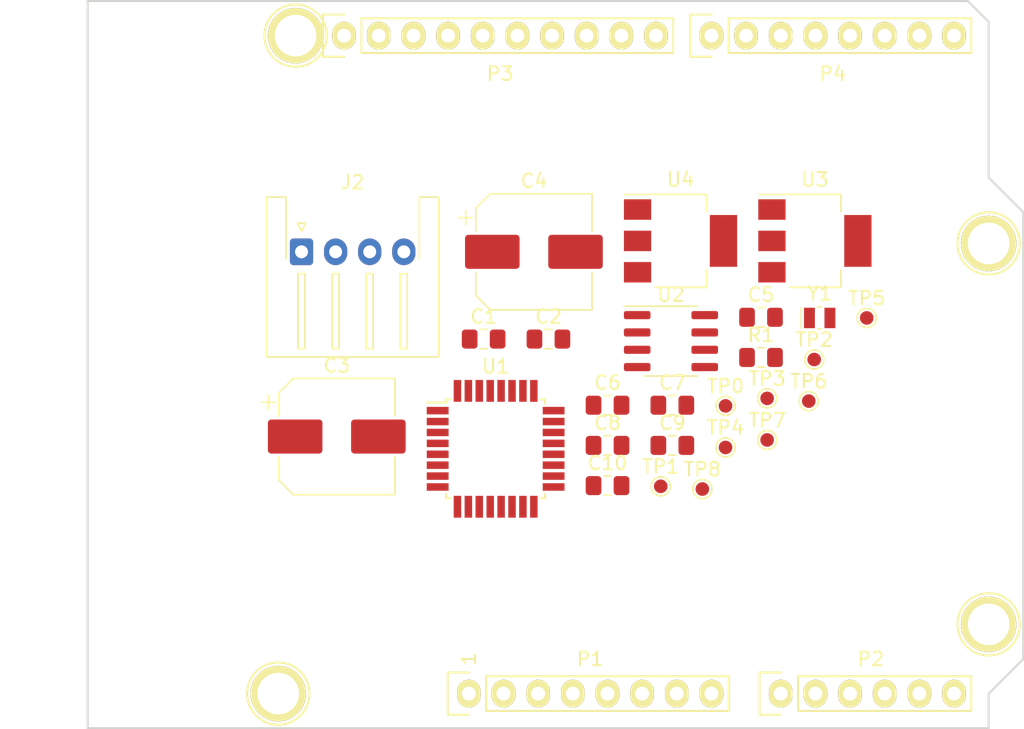
<source format=kicad_pcb>
(kicad_pcb (version 20171130) (host pcbnew "(5.1.5)-3")

  (general
    (thickness 1.6)
    (drawings 27)
    (tracks 0)
    (zones 0)
    (modules 42)
    (nets 75)
  )

  (page A4)
  (title_block
    (date "lun. 30 mars 2015")
  )

  (layers
    (0 F.Cu signal hide)
    (31 B.Cu signal)
    (32 B.Adhes user)
    (33 F.Adhes user hide)
    (34 B.Paste user)
    (35 F.Paste user hide)
    (36 B.SilkS user)
    (37 F.SilkS user)
    (38 B.Mask user)
    (39 F.Mask user hide)
    (40 Dwgs.User user)
    (41 Cmts.User user)
    (42 Eco1.User user)
    (43 Eco2.User user)
    (44 Edge.Cuts user)
    (45 Margin user)
    (46 B.CrtYd user)
    (47 F.CrtYd user hide)
    (48 B.Fab user)
    (49 F.Fab user hide)
  )

  (setup
    (last_trace_width 0.25)
    (trace_clearance 0.2)
    (zone_clearance 0.508)
    (zone_45_only no)
    (trace_min 0.2)
    (via_size 0.6)
    (via_drill 0.4)
    (via_min_size 0.4)
    (via_min_drill 0.3)
    (uvia_size 0.3)
    (uvia_drill 0.1)
    (uvias_allowed no)
    (uvia_min_size 0.2)
    (uvia_min_drill 0.1)
    (edge_width 0.15)
    (segment_width 0.15)
    (pcb_text_width 0.3)
    (pcb_text_size 1.5 1.5)
    (mod_edge_width 0.15)
    (mod_text_size 1 1)
    (mod_text_width 0.15)
    (pad_size 4.064 4.064)
    (pad_drill 3.048)
    (pad_to_mask_clearance 0)
    (aux_axis_origin 110.998 126.365)
    (grid_origin 110.998 126.365)
    (visible_elements 7FFFFFFF)
    (pcbplotparams
      (layerselection 0x00030_80000001)
      (usegerberextensions false)
      (usegerberattributes false)
      (usegerberadvancedattributes false)
      (creategerberjobfile false)
      (excludeedgelayer true)
      (linewidth 0.100000)
      (plotframeref false)
      (viasonmask false)
      (mode 1)
      (useauxorigin false)
      (hpglpennumber 1)
      (hpglpenspeed 20)
      (hpglpendiameter 15.000000)
      (psnegative false)
      (psa4output false)
      (plotreference true)
      (plotvalue true)
      (plotinvisibletext false)
      (padsonsilk false)
      (subtractmaskfromsilk false)
      (outputformat 1)
      (mirror false)
      (drillshape 1)
      (scaleselection 1)
      (outputdirectory ""))
  )

  (net 0 "")
  (net 1 GND)
  (net 2 "Net-(P5-Pad1)")
  (net 3 "Net-(P6-Pad1)")
  (net 4 "Net-(P7-Pad1)")
  (net 5 "Net-(P8-Pad1)")
  (net 6 "Net-(P1-Pad1)")
  (net 7 Earth)
  (net 8 5V)
  (net 9 3.3V)
  (net 10 /XTAL2)
  (net 11 /XTAL1)
  (net 12 UIN)
  (net 13 CANH)
  (net 14 CANL)
  (net 15 "Net-(P1-Pad2)")
  (net 16 "Net-(P1-Pad3)")
  (net 17 "Net-(P1-Pad4)")
  (net 18 "Net-(P1-Pad5)")
  (net 19 "Net-(P1-Pad7)")
  (net 20 "Net-(P2-Pad1)")
  (net 21 "Net-(P2-Pad4)")
  (net 22 "Net-(P2-Pad5)")
  (net 23 "Net-(P2-Pad6)")
  (net 24 "Net-(P3-Pad1)")
  (net 25 "Net-(P3-Pad2)")
  (net 26 "Net-(P3-Pad3)")
  (net 27 "Net-(P3-Pad4)")
  (net 28 "Net-(P3-Pad5)")
  (net 29 "Net-(P3-Pad6)")
  (net 30 "Net-(P3-Pad7)")
  (net 31 "Net-(P3-Pad8)")
  (net 32 "Net-(P3-Pad9)")
  (net 33 "Net-(P3-Pad10)")
  (net 34 "Net-(P4-Pad1)")
  (net 35 "Net-(P4-Pad2)")
  (net 36 "Net-(P4-Pad3)")
  (net 37 "Net-(P4-Pad5)")
  (net 38 "Net-(P4-Pad7)")
  (net 39 "Net-(P4-Pad8)")
  (net 40 /RESET)
  (net 41 SDO-MISO)
  (net 42 SDI-MOSI)
  (net 43 SCK)
  (net 44 /AMP1-)
  (net 45 /AMP1+)
  (net 46 /ADC2)
  (net 47 /MISO_A)
  (net 48 /MOSI_A)
  (net 49 CS)
  (net 50 /CANTX)
  (net 51 /CANRX)
  (net 52 /SCK_A)
  (net 53 "Net-(U1-Pad14)")
  (net 54 "Net-(U1-Pad15)")
  (net 55 "Net-(U1-Pad21)")
  (net 56 "Net-(U1-Pad22)")
  (net 57 "Net-(U1-Pad23)")
  (net 58 "Net-(U1-Pad24)")
  (net 59 "Net-(U1-Pad25)")
  (net 60 "Net-(U1-Pad27)")
  (net 61 "Net-(U1-Pad29)")
  (net 62 "Net-(U1-Pad30)")
  (net 63 "Net-(U1-Pad32)")
  (net 64 "Net-(U2-Pad5)")
  (net 65 "Net-(J3-Pad5)")
  (net 66 "Net-(J3-Pad4)")
  (net 67 DOut1)
  (net 68 12V)
  (net 69 DOut2)
  (net 70 "Net-(J4-Pad4)")
  (net 71 "Net-(J4-Pad5)")
  (net 72 "Net-(P2-Pad2)")
  (net 73 "Net-(P2-Pad3)")
  (net 74 "Net-(P10-Pad3)")

  (net_class Default "This is the default net class."
    (clearance 0.2)
    (trace_width 0.25)
    (via_dia 0.6)
    (via_drill 0.4)
    (uvia_dia 0.3)
    (uvia_drill 0.1)
    (add_net /ADC2)
    (add_net /AMP1+)
    (add_net /AMP1-)
    (add_net /CANRX)
    (add_net /CANTX)
    (add_net /MISO_A)
    (add_net /MOSI_A)
    (add_net /RESET)
    (add_net /SCK_A)
    (add_net /XTAL1)
    (add_net /XTAL2)
    (add_net 12V)
    (add_net 3.3V)
    (add_net 5V)
    (add_net CANH)
    (add_net CANL)
    (add_net CS)
    (add_net DOut1)
    (add_net DOut2)
    (add_net Earth)
    (add_net GND)
    (add_net "Net-(J3-Pad4)")
    (add_net "Net-(J3-Pad5)")
    (add_net "Net-(J4-Pad4)")
    (add_net "Net-(J4-Pad5)")
    (add_net "Net-(P1-Pad1)")
    (add_net "Net-(P1-Pad2)")
    (add_net "Net-(P1-Pad3)")
    (add_net "Net-(P1-Pad4)")
    (add_net "Net-(P1-Pad5)")
    (add_net "Net-(P1-Pad7)")
    (add_net "Net-(P10-Pad3)")
    (add_net "Net-(P2-Pad1)")
    (add_net "Net-(P2-Pad2)")
    (add_net "Net-(P2-Pad3)")
    (add_net "Net-(P2-Pad4)")
    (add_net "Net-(P2-Pad5)")
    (add_net "Net-(P2-Pad6)")
    (add_net "Net-(P3-Pad1)")
    (add_net "Net-(P3-Pad10)")
    (add_net "Net-(P3-Pad2)")
    (add_net "Net-(P3-Pad3)")
    (add_net "Net-(P3-Pad4)")
    (add_net "Net-(P3-Pad5)")
    (add_net "Net-(P3-Pad6)")
    (add_net "Net-(P3-Pad7)")
    (add_net "Net-(P3-Pad8)")
    (add_net "Net-(P3-Pad9)")
    (add_net "Net-(P4-Pad1)")
    (add_net "Net-(P4-Pad2)")
    (add_net "Net-(P4-Pad3)")
    (add_net "Net-(P4-Pad5)")
    (add_net "Net-(P4-Pad7)")
    (add_net "Net-(P4-Pad8)")
    (add_net "Net-(P5-Pad1)")
    (add_net "Net-(P6-Pad1)")
    (add_net "Net-(P7-Pad1)")
    (add_net "Net-(P8-Pad1)")
    (add_net "Net-(U1-Pad14)")
    (add_net "Net-(U1-Pad15)")
    (add_net "Net-(U1-Pad21)")
    (add_net "Net-(U1-Pad22)")
    (add_net "Net-(U1-Pad23)")
    (add_net "Net-(U1-Pad24)")
    (add_net "Net-(U1-Pad25)")
    (add_net "Net-(U1-Pad27)")
    (add_net "Net-(U1-Pad29)")
    (add_net "Net-(U1-Pad30)")
    (add_net "Net-(U1-Pad32)")
    (add_net "Net-(U2-Pad5)")
    (add_net SCK)
    (add_net SDI-MOSI)
    (add_net SDO-MISO)
    (add_net UIN)
  )

  (module Socket_Arduino_Uno:Socket_Strip_Arduino_1x08 locked (layer F.Cu) (tedit 552168D2) (tstamp 551AF9EA)
    (at 138.938 123.825)
    (descr "Through hole socket strip")
    (tags "socket strip")
    (path /56D70129)
    (fp_text reference P1 (at 8.89 -2.54) (layer F.SilkS)
      (effects (font (size 1 1) (thickness 0.15)))
    )
    (fp_text value Power (at 8.89 -4.064) (layer F.Fab)
      (effects (font (size 1 1) (thickness 0.15)))
    )
    (fp_line (start -1.75 -1.75) (end -1.75 1.75) (layer F.CrtYd) (width 0.05))
    (fp_line (start 19.55 -1.75) (end 19.55 1.75) (layer F.CrtYd) (width 0.05))
    (fp_line (start -1.75 -1.75) (end 19.55 -1.75) (layer F.CrtYd) (width 0.05))
    (fp_line (start -1.75 1.75) (end 19.55 1.75) (layer F.CrtYd) (width 0.05))
    (fp_line (start 1.27 1.27) (end 19.05 1.27) (layer F.SilkS) (width 0.15))
    (fp_line (start 19.05 1.27) (end 19.05 -1.27) (layer F.SilkS) (width 0.15))
    (fp_line (start 19.05 -1.27) (end 1.27 -1.27) (layer F.SilkS) (width 0.15))
    (fp_line (start -1.55 1.55) (end 0 1.55) (layer F.SilkS) (width 0.15))
    (fp_line (start 1.27 1.27) (end 1.27 -1.27) (layer F.SilkS) (width 0.15))
    (fp_line (start 0 -1.55) (end -1.55 -1.55) (layer F.SilkS) (width 0.15))
    (fp_line (start -1.55 -1.55) (end -1.55 1.55) (layer F.SilkS) (width 0.15))
    (pad 1 thru_hole oval (at 0 0) (size 1.7272 2.032) (drill 1.016) (layers *.Cu *.Mask F.SilkS)
      (net 6 "Net-(P1-Pad1)"))
    (pad 2 thru_hole oval (at 2.54 0) (size 1.7272 2.032) (drill 1.016) (layers *.Cu *.Mask F.SilkS)
      (net 15 "Net-(P1-Pad2)"))
    (pad 3 thru_hole oval (at 5.08 0) (size 1.7272 2.032) (drill 1.016) (layers *.Cu *.Mask F.SilkS)
      (net 16 "Net-(P1-Pad3)"))
    (pad 4 thru_hole oval (at 7.62 0) (size 1.7272 2.032) (drill 1.016) (layers *.Cu *.Mask F.SilkS)
      (net 17 "Net-(P1-Pad4)"))
    (pad 5 thru_hole oval (at 10.16 0) (size 1.7272 2.032) (drill 1.016) (layers *.Cu *.Mask F.SilkS)
      (net 18 "Net-(P1-Pad5)"))
    (pad 6 thru_hole oval (at 12.7 0) (size 1.7272 2.032) (drill 1.016) (layers *.Cu *.Mask F.SilkS)
      (net 1 GND))
    (pad 7 thru_hole oval (at 15.24 0) (size 1.7272 2.032) (drill 1.016) (layers *.Cu *.Mask F.SilkS)
      (net 19 "Net-(P1-Pad7)"))
    (pad 8 thru_hole oval (at 17.78 0) (size 1.7272 2.032) (drill 1.016) (layers *.Cu *.Mask F.SilkS)
      (net 8 5V))
    (model ${KIPRJMOD}/Socket_Arduino_Uno.3dshapes/Socket_header_Arduino_1x08.wrl
      (offset (xyz 8.889999866485596 0 0))
      (scale (xyz 1 1 1))
      (rotate (xyz 0 0 180))
    )
  )

  (module Socket_Arduino_Uno:Socket_Strip_Arduino_1x06 locked (layer F.Cu) (tedit 552168D6) (tstamp 551AF9FF)
    (at 161.798 123.825)
    (descr "Through hole socket strip")
    (tags "socket strip")
    (path /56D70DD8)
    (fp_text reference P2 (at 6.604 -2.54) (layer F.SilkS)
      (effects (font (size 1 1) (thickness 0.15)))
    )
    (fp_text value Analog (at 6.604 -4.064) (layer F.Fab)
      (effects (font (size 1 1) (thickness 0.15)))
    )
    (fp_line (start -1.75 -1.75) (end -1.75 1.75) (layer F.CrtYd) (width 0.05))
    (fp_line (start 14.45 -1.75) (end 14.45 1.75) (layer F.CrtYd) (width 0.05))
    (fp_line (start -1.75 -1.75) (end 14.45 -1.75) (layer F.CrtYd) (width 0.05))
    (fp_line (start -1.75 1.75) (end 14.45 1.75) (layer F.CrtYd) (width 0.05))
    (fp_line (start 1.27 1.27) (end 13.97 1.27) (layer F.SilkS) (width 0.15))
    (fp_line (start 13.97 1.27) (end 13.97 -1.27) (layer F.SilkS) (width 0.15))
    (fp_line (start 13.97 -1.27) (end 1.27 -1.27) (layer F.SilkS) (width 0.15))
    (fp_line (start -1.55 1.55) (end 0 1.55) (layer F.SilkS) (width 0.15))
    (fp_line (start 1.27 1.27) (end 1.27 -1.27) (layer F.SilkS) (width 0.15))
    (fp_line (start 0 -1.55) (end -1.55 -1.55) (layer F.SilkS) (width 0.15))
    (fp_line (start -1.55 -1.55) (end -1.55 1.55) (layer F.SilkS) (width 0.15))
    (pad 1 thru_hole oval (at 0 0) (size 1.7272 2.032) (drill 1.016) (layers *.Cu *.Mask F.SilkS)
      (net 20 "Net-(P2-Pad1)"))
    (pad 2 thru_hole oval (at 2.54 0) (size 1.7272 2.032) (drill 1.016) (layers *.Cu *.Mask F.SilkS)
      (net 72 "Net-(P2-Pad2)"))
    (pad 3 thru_hole oval (at 5.08 0) (size 1.7272 2.032) (drill 1.016) (layers *.Cu *.Mask F.SilkS)
      (net 73 "Net-(P2-Pad3)"))
    (pad 4 thru_hole oval (at 7.62 0) (size 1.7272 2.032) (drill 1.016) (layers *.Cu *.Mask F.SilkS)
      (net 21 "Net-(P2-Pad4)"))
    (pad 5 thru_hole oval (at 10.16 0) (size 1.7272 2.032) (drill 1.016) (layers *.Cu *.Mask F.SilkS)
      (net 22 "Net-(P2-Pad5)"))
    (pad 6 thru_hole oval (at 12.7 0) (size 1.7272 2.032) (drill 1.016) (layers *.Cu *.Mask F.SilkS)
      (net 23 "Net-(P2-Pad6)"))
    (model ${KIPRJMOD}/Socket_Arduino_Uno.3dshapes/Socket_header_Arduino_1x06.wrl
      (offset (xyz 6.349999904632568 0 0))
      (scale (xyz 1 1 1))
      (rotate (xyz 0 0 180))
    )
  )

  (module Socket_Arduino_Uno:Socket_Strip_Arduino_1x10 locked (layer F.Cu) (tedit 552168BF) (tstamp 551AFA18)
    (at 129.794 75.565)
    (descr "Through hole socket strip")
    (tags "socket strip")
    (path /56D721E0)
    (fp_text reference P3 (at 11.43 2.794) (layer F.SilkS)
      (effects (font (size 1 1) (thickness 0.15)))
    )
    (fp_text value Digital (at 11.43 4.318) (layer F.Fab)
      (effects (font (size 1 1) (thickness 0.15)))
    )
    (fp_line (start -1.75 -1.75) (end -1.75 1.75) (layer F.CrtYd) (width 0.05))
    (fp_line (start 24.65 -1.75) (end 24.65 1.75) (layer F.CrtYd) (width 0.05))
    (fp_line (start -1.75 -1.75) (end 24.65 -1.75) (layer F.CrtYd) (width 0.05))
    (fp_line (start -1.75 1.75) (end 24.65 1.75) (layer F.CrtYd) (width 0.05))
    (fp_line (start 1.27 1.27) (end 24.13 1.27) (layer F.SilkS) (width 0.15))
    (fp_line (start 24.13 1.27) (end 24.13 -1.27) (layer F.SilkS) (width 0.15))
    (fp_line (start 24.13 -1.27) (end 1.27 -1.27) (layer F.SilkS) (width 0.15))
    (fp_line (start -1.55 1.55) (end 0 1.55) (layer F.SilkS) (width 0.15))
    (fp_line (start 1.27 1.27) (end 1.27 -1.27) (layer F.SilkS) (width 0.15))
    (fp_line (start 0 -1.55) (end -1.55 -1.55) (layer F.SilkS) (width 0.15))
    (fp_line (start -1.55 -1.55) (end -1.55 1.55) (layer F.SilkS) (width 0.15))
    (pad 1 thru_hole oval (at 0 0) (size 1.7272 2.032) (drill 1.016) (layers *.Cu *.Mask F.SilkS)
      (net 24 "Net-(P3-Pad1)"))
    (pad 2 thru_hole oval (at 2.54 0) (size 1.7272 2.032) (drill 1.016) (layers *.Cu *.Mask F.SilkS)
      (net 25 "Net-(P3-Pad2)"))
    (pad 3 thru_hole oval (at 5.08 0) (size 1.7272 2.032) (drill 1.016) (layers *.Cu *.Mask F.SilkS)
      (net 26 "Net-(P3-Pad3)"))
    (pad 4 thru_hole oval (at 7.62 0) (size 1.7272 2.032) (drill 1.016) (layers *.Cu *.Mask F.SilkS)
      (net 27 "Net-(P3-Pad4)"))
    (pad 5 thru_hole oval (at 10.16 0) (size 1.7272 2.032) (drill 1.016) (layers *.Cu *.Mask F.SilkS)
      (net 28 "Net-(P3-Pad5)"))
    (pad 6 thru_hole oval (at 12.7 0) (size 1.7272 2.032) (drill 1.016) (layers *.Cu *.Mask F.SilkS)
      (net 29 "Net-(P3-Pad6)"))
    (pad 7 thru_hole oval (at 15.24 0) (size 1.7272 2.032) (drill 1.016) (layers *.Cu *.Mask F.SilkS)
      (net 30 "Net-(P3-Pad7)"))
    (pad 8 thru_hole oval (at 17.78 0) (size 1.7272 2.032) (drill 1.016) (layers *.Cu *.Mask F.SilkS)
      (net 31 "Net-(P3-Pad8)"))
    (pad 9 thru_hole oval (at 20.32 0) (size 1.7272 2.032) (drill 1.016) (layers *.Cu *.Mask F.SilkS)
      (net 32 "Net-(P3-Pad9)"))
    (pad 10 thru_hole oval (at 22.86 0) (size 1.7272 2.032) (drill 1.016) (layers *.Cu *.Mask F.SilkS)
      (net 33 "Net-(P3-Pad10)"))
    (model ${KIPRJMOD}/Socket_Arduino_Uno.3dshapes/Socket_header_Arduino_1x10.wrl
      (offset (xyz 11.42999982833862 0 0))
      (scale (xyz 1 1 1))
      (rotate (xyz 0 0 180))
    )
  )

  (module Socket_Arduino_Uno:Socket_Strip_Arduino_1x08 locked (layer F.Cu) (tedit 552168C7) (tstamp 551AFA2F)
    (at 156.718 75.565)
    (descr "Through hole socket strip")
    (tags "socket strip")
    (path /56D7164F)
    (fp_text reference P4 (at 8.89 2.794) (layer F.SilkS)
      (effects (font (size 1 1) (thickness 0.15)))
    )
    (fp_text value Digital (at 8.89 4.318) (layer F.Fab)
      (effects (font (size 1 1) (thickness 0.15)))
    )
    (fp_line (start -1.75 -1.75) (end -1.75 1.75) (layer F.CrtYd) (width 0.05))
    (fp_line (start 19.55 -1.75) (end 19.55 1.75) (layer F.CrtYd) (width 0.05))
    (fp_line (start -1.75 -1.75) (end 19.55 -1.75) (layer F.CrtYd) (width 0.05))
    (fp_line (start -1.75 1.75) (end 19.55 1.75) (layer F.CrtYd) (width 0.05))
    (fp_line (start 1.27 1.27) (end 19.05 1.27) (layer F.SilkS) (width 0.15))
    (fp_line (start 19.05 1.27) (end 19.05 -1.27) (layer F.SilkS) (width 0.15))
    (fp_line (start 19.05 -1.27) (end 1.27 -1.27) (layer F.SilkS) (width 0.15))
    (fp_line (start -1.55 1.55) (end 0 1.55) (layer F.SilkS) (width 0.15))
    (fp_line (start 1.27 1.27) (end 1.27 -1.27) (layer F.SilkS) (width 0.15))
    (fp_line (start 0 -1.55) (end -1.55 -1.55) (layer F.SilkS) (width 0.15))
    (fp_line (start -1.55 -1.55) (end -1.55 1.55) (layer F.SilkS) (width 0.15))
    (pad 1 thru_hole oval (at 0 0) (size 1.7272 2.032) (drill 1.016) (layers *.Cu *.Mask F.SilkS)
      (net 34 "Net-(P4-Pad1)"))
    (pad 2 thru_hole oval (at 2.54 0) (size 1.7272 2.032) (drill 1.016) (layers *.Cu *.Mask F.SilkS)
      (net 35 "Net-(P4-Pad2)"))
    (pad 3 thru_hole oval (at 5.08 0) (size 1.7272 2.032) (drill 1.016) (layers *.Cu *.Mask F.SilkS)
      (net 36 "Net-(P4-Pad3)"))
    (pad 4 thru_hole oval (at 7.62 0) (size 1.7272 2.032) (drill 1.016) (layers *.Cu *.Mask F.SilkS)
      (net 67 DOut1))
    (pad 5 thru_hole oval (at 10.16 0) (size 1.7272 2.032) (drill 1.016) (layers *.Cu *.Mask F.SilkS)
      (net 37 "Net-(P4-Pad5)"))
    (pad 6 thru_hole oval (at 12.7 0) (size 1.7272 2.032) (drill 1.016) (layers *.Cu *.Mask F.SilkS)
      (net 69 DOut2))
    (pad 7 thru_hole oval (at 15.24 0) (size 1.7272 2.032) (drill 1.016) (layers *.Cu *.Mask F.SilkS)
      (net 38 "Net-(P4-Pad7)"))
    (pad 8 thru_hole oval (at 17.78 0) (size 1.7272 2.032) (drill 1.016) (layers *.Cu *.Mask F.SilkS)
      (net 39 "Net-(P4-Pad8)"))
    (model ${KIPRJMOD}/Socket_Arduino_Uno.3dshapes/Socket_header_Arduino_1x08.wrl
      (offset (xyz 8.889999866485596 0 0))
      (scale (xyz 1 1 1))
      (rotate (xyz 0 0 180))
    )
  )

  (module Socket_Arduino_Uno:Arduino_1pin locked (layer F.Cu) (tedit 5524FC39) (tstamp 5524FC3F)
    (at 124.968 123.825)
    (descr "module 1 pin (ou trou mecanique de percage)")
    (tags DEV)
    (path /56D71177)
    (fp_text reference P5 (at 0 -3.048) (layer F.SilkS) hide
      (effects (font (size 1 1) (thickness 0.15)))
    )
    (fp_text value CONN_01X01 (at 0 2.794) (layer F.Fab) hide
      (effects (font (size 1 1) (thickness 0.15)))
    )
    (fp_circle (center 0 0) (end 0 -2.286) (layer F.SilkS) (width 0.15))
    (pad 1 thru_hole circle (at 0 0) (size 4.064 4.064) (drill 3.048) (layers *.Cu *.Mask F.SilkS)
      (net 2 "Net-(P5-Pad1)"))
  )

  (module Socket_Arduino_Uno:Arduino_1pin locked (layer F.Cu) (tedit 5524FC4A) (tstamp 5524FC44)
    (at 177.038 118.745)
    (descr "module 1 pin (ou trou mecanique de percage)")
    (tags DEV)
    (path /56D71274)
    (fp_text reference P6 (at 0 -3.048) (layer F.SilkS) hide
      (effects (font (size 1 1) (thickness 0.15)))
    )
    (fp_text value CONN_01X01 (at 0 2.794) (layer F.Fab) hide
      (effects (font (size 1 1) (thickness 0.15)))
    )
    (fp_circle (center 0 0) (end 0 -2.286) (layer F.SilkS) (width 0.15))
    (pad 1 thru_hole circle (at 0 0) (size 4.064 4.064) (drill 3.048) (layers *.Cu *.Mask F.SilkS)
      (net 3 "Net-(P6-Pad1)"))
  )

  (module Socket_Arduino_Uno:Arduino_1pin locked (layer F.Cu) (tedit 5524FC2F) (tstamp 5524FC49)
    (at 126.238 75.565)
    (descr "module 1 pin (ou trou mecanique de percage)")
    (tags DEV)
    (path /56D712A8)
    (fp_text reference P7 (at 0 -3.048) (layer F.SilkS) hide
      (effects (font (size 1 1) (thickness 0.15)))
    )
    (fp_text value CONN_01X01 (at 0 2.794) (layer F.Fab) hide
      (effects (font (size 1 1) (thickness 0.15)))
    )
    (fp_circle (center 0 0) (end 0 -2.286) (layer F.SilkS) (width 0.15))
    (pad 1 thru_hole circle (at 0 0) (size 4.064 4.064) (drill 3.048) (layers *.Cu *.Mask F.SilkS)
      (net 4 "Net-(P7-Pad1)"))
  )

  (module Socket_Arduino_Uno:Arduino_1pin locked (layer F.Cu) (tedit 5524FC41) (tstamp 5524FC4E)
    (at 177.038 90.805)
    (descr "module 1 pin (ou trou mecanique de percage)")
    (tags DEV)
    (path /56D712DB)
    (fp_text reference P8 (at 0 -3.048) (layer F.SilkS) hide
      (effects (font (size 1 1) (thickness 0.15)))
    )
    (fp_text value CONN_01X01 (at 0 2.794) (layer F.Fab) hide
      (effects (font (size 1 1) (thickness 0.15)))
    )
    (fp_circle (center 0 0) (end 0 -2.286) (layer F.SilkS) (width 0.15))
    (pad 1 thru_hole circle (at 0 0) (size 4.064 4.064) (drill 3.048) (layers *.Cu *.Mask F.SilkS)
      (net 5 "Net-(P8-Pad1)"))
  )

  (module Capacitor_SMD:C_0805_2012Metric_Pad1.15x1.40mm_HandSolder (layer F.Cu) (tedit 5B36C52B) (tstamp 5E5A95F8)
    (at 140.023001 97.820001)
    (descr "Capacitor SMD 0805 (2012 Metric), square (rectangular) end terminal, IPC_7351 nominal with elongated pad for handsoldering. (Body size source: https://docs.google.com/spreadsheets/d/1BsfQQcO9C6DZCsRaXUlFlo91Tg2WpOkGARC1WS5S8t0/edit?usp=sharing), generated with kicad-footprint-generator")
    (tags "capacitor handsolder")
    (path /5E305574)
    (attr smd)
    (fp_text reference C1 (at 0 -1.65) (layer F.SilkS)
      (effects (font (size 1 1) (thickness 0.15)))
    )
    (fp_text value 100n (at 0 1.65) (layer F.Fab)
      (effects (font (size 1 1) (thickness 0.15)))
    )
    (fp_text user %R (at 0 0) (layer F.Fab)
      (effects (font (size 0.5 0.5) (thickness 0.08)))
    )
    (fp_line (start 1.85 0.95) (end -1.85 0.95) (layer F.CrtYd) (width 0.05))
    (fp_line (start 1.85 -0.95) (end 1.85 0.95) (layer F.CrtYd) (width 0.05))
    (fp_line (start -1.85 -0.95) (end 1.85 -0.95) (layer F.CrtYd) (width 0.05))
    (fp_line (start -1.85 0.95) (end -1.85 -0.95) (layer F.CrtYd) (width 0.05))
    (fp_line (start -0.261252 0.71) (end 0.261252 0.71) (layer F.SilkS) (width 0.12))
    (fp_line (start -0.261252 -0.71) (end 0.261252 -0.71) (layer F.SilkS) (width 0.12))
    (fp_line (start 1 0.6) (end -1 0.6) (layer F.Fab) (width 0.1))
    (fp_line (start 1 -0.6) (end 1 0.6) (layer F.Fab) (width 0.1))
    (fp_line (start -1 -0.6) (end 1 -0.6) (layer F.Fab) (width 0.1))
    (fp_line (start -1 0.6) (end -1 -0.6) (layer F.Fab) (width 0.1))
    (pad 2 smd roundrect (at 1.025 0) (size 1.15 1.4) (layers F.Cu F.Paste F.Mask) (roundrect_rratio 0.217391)
      (net 7 Earth))
    (pad 1 smd roundrect (at -1.025 0) (size 1.15 1.4) (layers F.Cu F.Paste F.Mask) (roundrect_rratio 0.217391)
      (net 8 5V))
    (model ${KISYS3DMOD}/Capacitor_SMD.3dshapes/C_0805_2012Metric.wrl
      (at (xyz 0 0 0))
      (scale (xyz 1 1 1))
      (rotate (xyz 0 0 0))
    )
  )

  (module Capacitor_SMD:C_0805_2012Metric_Pad1.15x1.40mm_HandSolder (layer F.Cu) (tedit 5B36C52B) (tstamp 5E5A9609)
    (at 144.773001 97.820001)
    (descr "Capacitor SMD 0805 (2012 Metric), square (rectangular) end terminal, IPC_7351 nominal with elongated pad for handsoldering. (Body size source: https://docs.google.com/spreadsheets/d/1BsfQQcO9C6DZCsRaXUlFlo91Tg2WpOkGARC1WS5S8t0/edit?usp=sharing), generated with kicad-footprint-generator")
    (tags "capacitor handsolder")
    (path /5E1FB8C9)
    (attr smd)
    (fp_text reference C2 (at 0 -1.65) (layer F.SilkS)
      (effects (font (size 1 1) (thickness 0.15)))
    )
    (fp_text value 100n (at 0 1.65) (layer F.Fab)
      (effects (font (size 1 1) (thickness 0.15)))
    )
    (fp_text user %R (at 0 0) (layer F.Fab)
      (effects (font (size 0.5 0.5) (thickness 0.08)))
    )
    (fp_line (start 1.85 0.95) (end -1.85 0.95) (layer F.CrtYd) (width 0.05))
    (fp_line (start 1.85 -0.95) (end 1.85 0.95) (layer F.CrtYd) (width 0.05))
    (fp_line (start -1.85 -0.95) (end 1.85 -0.95) (layer F.CrtYd) (width 0.05))
    (fp_line (start -1.85 0.95) (end -1.85 -0.95) (layer F.CrtYd) (width 0.05))
    (fp_line (start -0.261252 0.71) (end 0.261252 0.71) (layer F.SilkS) (width 0.12))
    (fp_line (start -0.261252 -0.71) (end 0.261252 -0.71) (layer F.SilkS) (width 0.12))
    (fp_line (start 1 0.6) (end -1 0.6) (layer F.Fab) (width 0.1))
    (fp_line (start 1 -0.6) (end 1 0.6) (layer F.Fab) (width 0.1))
    (fp_line (start -1 -0.6) (end 1 -0.6) (layer F.Fab) (width 0.1))
    (fp_line (start -1 0.6) (end -1 -0.6) (layer F.Fab) (width 0.1))
    (pad 2 smd roundrect (at 1.025 0) (size 1.15 1.4) (layers F.Cu F.Paste F.Mask) (roundrect_rratio 0.217391)
      (net 7 Earth))
    (pad 1 smd roundrect (at -1.025 0) (size 1.15 1.4) (layers F.Cu F.Paste F.Mask) (roundrect_rratio 0.217391)
      (net 9 3.3V))
    (model ${KISYS3DMOD}/Capacitor_SMD.3dshapes/C_0805_2012Metric.wrl
      (at (xyz 0 0 0))
      (scale (xyz 1 1 1))
      (rotate (xyz 0 0 0))
    )
  )

  (module Capacitor_SMD:CP_Elec_8x6.2 (layer F.Cu) (tedit 5BCA39D0) (tstamp 5E5A9631)
    (at 129.258001 104.970001)
    (descr "SMD capacitor, aluminum electrolytic, Nichicon, 8.0x6.2mm")
    (tags "capacitor electrolytic")
    (path /5E30557A)
    (attr smd)
    (fp_text reference C3 (at 0 -5.2) (layer F.SilkS)
      (effects (font (size 1 1) (thickness 0.15)))
    )
    (fp_text value 100u (at 0 5.2) (layer F.Fab)
      (effects (font (size 1 1) (thickness 0.15)))
    )
    (fp_circle (center 0 0) (end 4 0) (layer F.Fab) (width 0.1))
    (fp_line (start 4.15 -4.15) (end 4.15 4.15) (layer F.Fab) (width 0.1))
    (fp_line (start -3.15 -4.15) (end 4.15 -4.15) (layer F.Fab) (width 0.1))
    (fp_line (start -3.15 4.15) (end 4.15 4.15) (layer F.Fab) (width 0.1))
    (fp_line (start -4.15 -3.15) (end -4.15 3.15) (layer F.Fab) (width 0.1))
    (fp_line (start -4.15 -3.15) (end -3.15 -4.15) (layer F.Fab) (width 0.1))
    (fp_line (start -4.15 3.15) (end -3.15 4.15) (layer F.Fab) (width 0.1))
    (fp_line (start -3.562278 -1.5) (end -2.762278 -1.5) (layer F.Fab) (width 0.1))
    (fp_line (start -3.162278 -1.9) (end -3.162278 -1.1) (layer F.Fab) (width 0.1))
    (fp_line (start 4.26 4.26) (end 4.26 1.51) (layer F.SilkS) (width 0.12))
    (fp_line (start 4.26 -4.26) (end 4.26 -1.51) (layer F.SilkS) (width 0.12))
    (fp_line (start -3.195563 -4.26) (end 4.26 -4.26) (layer F.SilkS) (width 0.12))
    (fp_line (start -3.195563 4.26) (end 4.26 4.26) (layer F.SilkS) (width 0.12))
    (fp_line (start -4.26 3.195563) (end -4.26 1.51) (layer F.SilkS) (width 0.12))
    (fp_line (start -4.26 -3.195563) (end -4.26 -1.51) (layer F.SilkS) (width 0.12))
    (fp_line (start -4.26 -3.195563) (end -3.195563 -4.26) (layer F.SilkS) (width 0.12))
    (fp_line (start -4.26 3.195563) (end -3.195563 4.26) (layer F.SilkS) (width 0.12))
    (fp_line (start -5.5 -2.51) (end -4.5 -2.51) (layer F.SilkS) (width 0.12))
    (fp_line (start -5 -3.01) (end -5 -2.01) (layer F.SilkS) (width 0.12))
    (fp_line (start 4.4 -4.4) (end 4.4 -1.5) (layer F.CrtYd) (width 0.05))
    (fp_line (start 4.4 -1.5) (end 5.3 -1.5) (layer F.CrtYd) (width 0.05))
    (fp_line (start 5.3 -1.5) (end 5.3 1.5) (layer F.CrtYd) (width 0.05))
    (fp_line (start 5.3 1.5) (end 4.4 1.5) (layer F.CrtYd) (width 0.05))
    (fp_line (start 4.4 1.5) (end 4.4 4.4) (layer F.CrtYd) (width 0.05))
    (fp_line (start -3.25 4.4) (end 4.4 4.4) (layer F.CrtYd) (width 0.05))
    (fp_line (start -3.25 -4.4) (end 4.4 -4.4) (layer F.CrtYd) (width 0.05))
    (fp_line (start -4.4 3.25) (end -3.25 4.4) (layer F.CrtYd) (width 0.05))
    (fp_line (start -4.4 -3.25) (end -3.25 -4.4) (layer F.CrtYd) (width 0.05))
    (fp_line (start -4.4 -3.25) (end -4.4 -1.5) (layer F.CrtYd) (width 0.05))
    (fp_line (start -4.4 1.5) (end -4.4 3.25) (layer F.CrtYd) (width 0.05))
    (fp_line (start -4.4 -1.5) (end -5.3 -1.5) (layer F.CrtYd) (width 0.05))
    (fp_line (start -5.3 -1.5) (end -5.3 1.5) (layer F.CrtYd) (width 0.05))
    (fp_line (start -5.3 1.5) (end -4.4 1.5) (layer F.CrtYd) (width 0.05))
    (fp_text user %R (at 0 0) (layer F.Fab)
      (effects (font (size 1 1) (thickness 0.15)))
    )
    (pad 1 smd roundrect (at -3.05 0) (size 4 2.5) (layers F.Cu F.Paste F.Mask) (roundrect_rratio 0.1)
      (net 8 5V))
    (pad 2 smd roundrect (at 3.05 0) (size 4 2.5) (layers F.Cu F.Paste F.Mask) (roundrect_rratio 0.1)
      (net 7 Earth))
    (model ${KISYS3DMOD}/Capacitor_SMD.3dshapes/CP_Elec_8x6.2.wrl
      (at (xyz 0 0 0))
      (scale (xyz 1 1 1))
      (rotate (xyz 0 0 0))
    )
  )

  (module Capacitor_SMD:CP_Elec_8x6.2 (layer F.Cu) (tedit 5BCA39D0) (tstamp 5E5A9659)
    (at 143.708001 91.420001)
    (descr "SMD capacitor, aluminum electrolytic, Nichicon, 8.0x6.2mm")
    (tags "capacitor electrolytic")
    (path /5E28D173)
    (attr smd)
    (fp_text reference C4 (at 0 -5.2) (layer F.SilkS)
      (effects (font (size 1 1) (thickness 0.15)))
    )
    (fp_text value 100u (at 0 5.2) (layer F.Fab)
      (effects (font (size 1 1) (thickness 0.15)))
    )
    (fp_text user %R (at 0 0) (layer F.Fab)
      (effects (font (size 1 1) (thickness 0.15)))
    )
    (fp_line (start -5.3 1.5) (end -4.4 1.5) (layer F.CrtYd) (width 0.05))
    (fp_line (start -5.3 -1.5) (end -5.3 1.5) (layer F.CrtYd) (width 0.05))
    (fp_line (start -4.4 -1.5) (end -5.3 -1.5) (layer F.CrtYd) (width 0.05))
    (fp_line (start -4.4 1.5) (end -4.4 3.25) (layer F.CrtYd) (width 0.05))
    (fp_line (start -4.4 -3.25) (end -4.4 -1.5) (layer F.CrtYd) (width 0.05))
    (fp_line (start -4.4 -3.25) (end -3.25 -4.4) (layer F.CrtYd) (width 0.05))
    (fp_line (start -4.4 3.25) (end -3.25 4.4) (layer F.CrtYd) (width 0.05))
    (fp_line (start -3.25 -4.4) (end 4.4 -4.4) (layer F.CrtYd) (width 0.05))
    (fp_line (start -3.25 4.4) (end 4.4 4.4) (layer F.CrtYd) (width 0.05))
    (fp_line (start 4.4 1.5) (end 4.4 4.4) (layer F.CrtYd) (width 0.05))
    (fp_line (start 5.3 1.5) (end 4.4 1.5) (layer F.CrtYd) (width 0.05))
    (fp_line (start 5.3 -1.5) (end 5.3 1.5) (layer F.CrtYd) (width 0.05))
    (fp_line (start 4.4 -1.5) (end 5.3 -1.5) (layer F.CrtYd) (width 0.05))
    (fp_line (start 4.4 -4.4) (end 4.4 -1.5) (layer F.CrtYd) (width 0.05))
    (fp_line (start -5 -3.01) (end -5 -2.01) (layer F.SilkS) (width 0.12))
    (fp_line (start -5.5 -2.51) (end -4.5 -2.51) (layer F.SilkS) (width 0.12))
    (fp_line (start -4.26 3.195563) (end -3.195563 4.26) (layer F.SilkS) (width 0.12))
    (fp_line (start -4.26 -3.195563) (end -3.195563 -4.26) (layer F.SilkS) (width 0.12))
    (fp_line (start -4.26 -3.195563) (end -4.26 -1.51) (layer F.SilkS) (width 0.12))
    (fp_line (start -4.26 3.195563) (end -4.26 1.51) (layer F.SilkS) (width 0.12))
    (fp_line (start -3.195563 4.26) (end 4.26 4.26) (layer F.SilkS) (width 0.12))
    (fp_line (start -3.195563 -4.26) (end 4.26 -4.26) (layer F.SilkS) (width 0.12))
    (fp_line (start 4.26 -4.26) (end 4.26 -1.51) (layer F.SilkS) (width 0.12))
    (fp_line (start 4.26 4.26) (end 4.26 1.51) (layer F.SilkS) (width 0.12))
    (fp_line (start -3.162278 -1.9) (end -3.162278 -1.1) (layer F.Fab) (width 0.1))
    (fp_line (start -3.562278 -1.5) (end -2.762278 -1.5) (layer F.Fab) (width 0.1))
    (fp_line (start -4.15 3.15) (end -3.15 4.15) (layer F.Fab) (width 0.1))
    (fp_line (start -4.15 -3.15) (end -3.15 -4.15) (layer F.Fab) (width 0.1))
    (fp_line (start -4.15 -3.15) (end -4.15 3.15) (layer F.Fab) (width 0.1))
    (fp_line (start -3.15 4.15) (end 4.15 4.15) (layer F.Fab) (width 0.1))
    (fp_line (start -3.15 -4.15) (end 4.15 -4.15) (layer F.Fab) (width 0.1))
    (fp_line (start 4.15 -4.15) (end 4.15 4.15) (layer F.Fab) (width 0.1))
    (fp_circle (center 0 0) (end 4 0) (layer F.Fab) (width 0.1))
    (pad 2 smd roundrect (at 3.05 0) (size 4 2.5) (layers F.Cu F.Paste F.Mask) (roundrect_rratio 0.1)
      (net 7 Earth))
    (pad 1 smd roundrect (at -3.05 0) (size 4 2.5) (layers F.Cu F.Paste F.Mask) (roundrect_rratio 0.1)
      (net 9 3.3V))
    (model ${KISYS3DMOD}/Capacitor_SMD.3dshapes/CP_Elec_8x6.2.wrl
      (at (xyz 0 0 0))
      (scale (xyz 1 1 1))
      (rotate (xyz 0 0 0))
    )
  )

  (module Capacitor_SMD:C_0805_2012Metric_Pad1.15x1.40mm_HandSolder (layer F.Cu) (tedit 5B36C52B) (tstamp 5E5A966A)
    (at 160.353001 96.220001)
    (descr "Capacitor SMD 0805 (2012 Metric), square (rectangular) end terminal, IPC_7351 nominal with elongated pad for handsoldering. (Body size source: https://docs.google.com/spreadsheets/d/1BsfQQcO9C6DZCsRaXUlFlo91Tg2WpOkGARC1WS5S8t0/edit?usp=sharing), generated with kicad-footprint-generator")
    (tags "capacitor handsolder")
    (path /5E20A4E1)
    (attr smd)
    (fp_text reference C5 (at 0 -1.65) (layer F.SilkS)
      (effects (font (size 1 1) (thickness 0.15)))
    )
    (fp_text value 20p (at 0 1.65) (layer F.Fab)
      (effects (font (size 1 1) (thickness 0.15)))
    )
    (fp_text user %R (at 0 0) (layer F.Fab)
      (effects (font (size 0.5 0.5) (thickness 0.08)))
    )
    (fp_line (start 1.85 0.95) (end -1.85 0.95) (layer F.CrtYd) (width 0.05))
    (fp_line (start 1.85 -0.95) (end 1.85 0.95) (layer F.CrtYd) (width 0.05))
    (fp_line (start -1.85 -0.95) (end 1.85 -0.95) (layer F.CrtYd) (width 0.05))
    (fp_line (start -1.85 0.95) (end -1.85 -0.95) (layer F.CrtYd) (width 0.05))
    (fp_line (start -0.261252 0.71) (end 0.261252 0.71) (layer F.SilkS) (width 0.12))
    (fp_line (start -0.261252 -0.71) (end 0.261252 -0.71) (layer F.SilkS) (width 0.12))
    (fp_line (start 1 0.6) (end -1 0.6) (layer F.Fab) (width 0.1))
    (fp_line (start 1 -0.6) (end 1 0.6) (layer F.Fab) (width 0.1))
    (fp_line (start -1 -0.6) (end 1 -0.6) (layer F.Fab) (width 0.1))
    (fp_line (start -1 0.6) (end -1 -0.6) (layer F.Fab) (width 0.1))
    (pad 2 smd roundrect (at 1.025 0) (size 1.15 1.4) (layers F.Cu F.Paste F.Mask) (roundrect_rratio 0.217391)
      (net 7 Earth))
    (pad 1 smd roundrect (at -1.025 0) (size 1.15 1.4) (layers F.Cu F.Paste F.Mask) (roundrect_rratio 0.217391)
      (net 10 /XTAL2))
    (model ${KISYS3DMOD}/Capacitor_SMD.3dshapes/C_0805_2012Metric.wrl
      (at (xyz 0 0 0))
      (scale (xyz 1 1 1))
      (rotate (xyz 0 0 0))
    )
  )

  (module Capacitor_SMD:C_0805_2012Metric_Pad1.15x1.40mm_HandSolder (layer F.Cu) (tedit 5B36C52B) (tstamp 5E5A967B)
    (at 149.103001 102.670001)
    (descr "Capacitor SMD 0805 (2012 Metric), square (rectangular) end terminal, IPC_7351 nominal with elongated pad for handsoldering. (Body size source: https://docs.google.com/spreadsheets/d/1BsfQQcO9C6DZCsRaXUlFlo91Tg2WpOkGARC1WS5S8t0/edit?usp=sharing), generated with kicad-footprint-generator")
    (tags "capacitor handsolder")
    (path /5E2097DA)
    (attr smd)
    (fp_text reference C6 (at 0 -1.65) (layer F.SilkS)
      (effects (font (size 1 1) (thickness 0.15)))
    )
    (fp_text value 20p (at 0 1.65) (layer F.Fab)
      (effects (font (size 1 1) (thickness 0.15)))
    )
    (fp_line (start -1 0.6) (end -1 -0.6) (layer F.Fab) (width 0.1))
    (fp_line (start -1 -0.6) (end 1 -0.6) (layer F.Fab) (width 0.1))
    (fp_line (start 1 -0.6) (end 1 0.6) (layer F.Fab) (width 0.1))
    (fp_line (start 1 0.6) (end -1 0.6) (layer F.Fab) (width 0.1))
    (fp_line (start -0.261252 -0.71) (end 0.261252 -0.71) (layer F.SilkS) (width 0.12))
    (fp_line (start -0.261252 0.71) (end 0.261252 0.71) (layer F.SilkS) (width 0.12))
    (fp_line (start -1.85 0.95) (end -1.85 -0.95) (layer F.CrtYd) (width 0.05))
    (fp_line (start -1.85 -0.95) (end 1.85 -0.95) (layer F.CrtYd) (width 0.05))
    (fp_line (start 1.85 -0.95) (end 1.85 0.95) (layer F.CrtYd) (width 0.05))
    (fp_line (start 1.85 0.95) (end -1.85 0.95) (layer F.CrtYd) (width 0.05))
    (fp_text user %R (at 0 0) (layer F.Fab)
      (effects (font (size 0.5 0.5) (thickness 0.08)))
    )
    (pad 1 smd roundrect (at -1.025 0) (size 1.15 1.4) (layers F.Cu F.Paste F.Mask) (roundrect_rratio 0.217391)
      (net 11 /XTAL1))
    (pad 2 smd roundrect (at 1.025 0) (size 1.15 1.4) (layers F.Cu F.Paste F.Mask) (roundrect_rratio 0.217391)
      (net 7 Earth))
    (model ${KISYS3DMOD}/Capacitor_SMD.3dshapes/C_0805_2012Metric.wrl
      (at (xyz 0 0 0))
      (scale (xyz 1 1 1))
      (rotate (xyz 0 0 0))
    )
  )

  (module Capacitor_SMD:C_0805_2012Metric_Pad1.15x1.40mm_HandSolder (layer F.Cu) (tedit 5B36C52B) (tstamp 5E5A968C)
    (at 153.853001 102.670001)
    (descr "Capacitor SMD 0805 (2012 Metric), square (rectangular) end terminal, IPC_7351 nominal with elongated pad for handsoldering. (Body size source: https://docs.google.com/spreadsheets/d/1BsfQQcO9C6DZCsRaXUlFlo91Tg2WpOkGARC1WS5S8t0/edit?usp=sharing), generated with kicad-footprint-generator")
    (tags "capacitor handsolder")
    (path /5E36291A)
    (attr smd)
    (fp_text reference C7 (at 0 -1.65) (layer F.SilkS)
      (effects (font (size 1 1) (thickness 0.15)))
    )
    (fp_text value 100n (at 0 1.65) (layer F.Fab)
      (effects (font (size 1 1) (thickness 0.15)))
    )
    (fp_line (start -1 0.6) (end -1 -0.6) (layer F.Fab) (width 0.1))
    (fp_line (start -1 -0.6) (end 1 -0.6) (layer F.Fab) (width 0.1))
    (fp_line (start 1 -0.6) (end 1 0.6) (layer F.Fab) (width 0.1))
    (fp_line (start 1 0.6) (end -1 0.6) (layer F.Fab) (width 0.1))
    (fp_line (start -0.261252 -0.71) (end 0.261252 -0.71) (layer F.SilkS) (width 0.12))
    (fp_line (start -0.261252 0.71) (end 0.261252 0.71) (layer F.SilkS) (width 0.12))
    (fp_line (start -1.85 0.95) (end -1.85 -0.95) (layer F.CrtYd) (width 0.05))
    (fp_line (start -1.85 -0.95) (end 1.85 -0.95) (layer F.CrtYd) (width 0.05))
    (fp_line (start 1.85 -0.95) (end 1.85 0.95) (layer F.CrtYd) (width 0.05))
    (fp_line (start 1.85 0.95) (end -1.85 0.95) (layer F.CrtYd) (width 0.05))
    (fp_text user %R (at 0 0) (layer F.Fab)
      (effects (font (size 0.5 0.5) (thickness 0.08)))
    )
    (pad 1 smd roundrect (at -1.025 0) (size 1.15 1.4) (layers F.Cu F.Paste F.Mask) (roundrect_rratio 0.217391)
      (net 8 5V))
    (pad 2 smd roundrect (at 1.025 0) (size 1.15 1.4) (layers F.Cu F.Paste F.Mask) (roundrect_rratio 0.217391)
      (net 7 Earth))
    (model ${KISYS3DMOD}/Capacitor_SMD.3dshapes/C_0805_2012Metric.wrl
      (at (xyz 0 0 0))
      (scale (xyz 1 1 1))
      (rotate (xyz 0 0 0))
    )
  )

  (module Capacitor_SMD:C_0805_2012Metric_Pad1.15x1.40mm_HandSolder (layer F.Cu) (tedit 5B36C52B) (tstamp 5E5A969D)
    (at 149.103001 105.620001)
    (descr "Capacitor SMD 0805 (2012 Metric), square (rectangular) end terminal, IPC_7351 nominal with elongated pad for handsoldering. (Body size source: https://docs.google.com/spreadsheets/d/1BsfQQcO9C6DZCsRaXUlFlo91Tg2WpOkGARC1WS5S8t0/edit?usp=sharing), generated with kicad-footprint-generator")
    (tags "capacitor handsolder")
    (path /5E28D8A5)
    (attr smd)
    (fp_text reference C8 (at 0 -1.65) (layer F.SilkS)
      (effects (font (size 1 1) (thickness 0.15)))
    )
    (fp_text value 100p (at 0 1.65) (layer F.Fab)
      (effects (font (size 1 1) (thickness 0.15)))
    )
    (fp_line (start -1 0.6) (end -1 -0.6) (layer F.Fab) (width 0.1))
    (fp_line (start -1 -0.6) (end 1 -0.6) (layer F.Fab) (width 0.1))
    (fp_line (start 1 -0.6) (end 1 0.6) (layer F.Fab) (width 0.1))
    (fp_line (start 1 0.6) (end -1 0.6) (layer F.Fab) (width 0.1))
    (fp_line (start -0.261252 -0.71) (end 0.261252 -0.71) (layer F.SilkS) (width 0.12))
    (fp_line (start -0.261252 0.71) (end 0.261252 0.71) (layer F.SilkS) (width 0.12))
    (fp_line (start -1.85 0.95) (end -1.85 -0.95) (layer F.CrtYd) (width 0.05))
    (fp_line (start -1.85 -0.95) (end 1.85 -0.95) (layer F.CrtYd) (width 0.05))
    (fp_line (start 1.85 -0.95) (end 1.85 0.95) (layer F.CrtYd) (width 0.05))
    (fp_line (start 1.85 0.95) (end -1.85 0.95) (layer F.CrtYd) (width 0.05))
    (fp_text user %R (at 0 0) (layer F.Fab)
      (effects (font (size 0.5 0.5) (thickness 0.08)))
    )
    (pad 1 smd roundrect (at -1.025 0) (size 1.15 1.4) (layers F.Cu F.Paste F.Mask) (roundrect_rratio 0.217391)
      (net 8 5V))
    (pad 2 smd roundrect (at 1.025 0) (size 1.15 1.4) (layers F.Cu F.Paste F.Mask) (roundrect_rratio 0.217391)
      (net 7 Earth))
    (model ${KISYS3DMOD}/Capacitor_SMD.3dshapes/C_0805_2012Metric.wrl
      (at (xyz 0 0 0))
      (scale (xyz 1 1 1))
      (rotate (xyz 0 0 0))
    )
  )

  (module Capacitor_SMD:C_0805_2012Metric_Pad1.15x1.40mm_HandSolder (layer F.Cu) (tedit 5B36C52B) (tstamp 5E5A96AE)
    (at 153.853001 105.620001)
    (descr "Capacitor SMD 0805 (2012 Metric), square (rectangular) end terminal, IPC_7351 nominal with elongated pad for handsoldering. (Body size source: https://docs.google.com/spreadsheets/d/1BsfQQcO9C6DZCsRaXUlFlo91Tg2WpOkGARC1WS5S8t0/edit?usp=sharing), generated with kicad-footprint-generator")
    (tags "capacitor handsolder")
    (path /5E6A5810)
    (attr smd)
    (fp_text reference C9 (at 0 -1.65) (layer F.SilkS)
      (effects (font (size 1 1) (thickness 0.15)))
    )
    (fp_text value 0.1uF (at 0 1.65) (layer F.Fab)
      (effects (font (size 1 1) (thickness 0.15)))
    )
    (fp_line (start -1 0.6) (end -1 -0.6) (layer F.Fab) (width 0.1))
    (fp_line (start -1 -0.6) (end 1 -0.6) (layer F.Fab) (width 0.1))
    (fp_line (start 1 -0.6) (end 1 0.6) (layer F.Fab) (width 0.1))
    (fp_line (start 1 0.6) (end -1 0.6) (layer F.Fab) (width 0.1))
    (fp_line (start -0.261252 -0.71) (end 0.261252 -0.71) (layer F.SilkS) (width 0.12))
    (fp_line (start -0.261252 0.71) (end 0.261252 0.71) (layer F.SilkS) (width 0.12))
    (fp_line (start -1.85 0.95) (end -1.85 -0.95) (layer F.CrtYd) (width 0.05))
    (fp_line (start -1.85 -0.95) (end 1.85 -0.95) (layer F.CrtYd) (width 0.05))
    (fp_line (start 1.85 -0.95) (end 1.85 0.95) (layer F.CrtYd) (width 0.05))
    (fp_line (start 1.85 0.95) (end -1.85 0.95) (layer F.CrtYd) (width 0.05))
    (fp_text user %R (at 0 0) (layer F.Fab)
      (effects (font (size 0.5 0.5) (thickness 0.08)))
    )
    (pad 1 smd roundrect (at -1.025 0) (size 1.15 1.4) (layers F.Cu F.Paste F.Mask) (roundrect_rratio 0.217391)
      (net 9 3.3V))
    (pad 2 smd roundrect (at 1.025 0) (size 1.15 1.4) (layers F.Cu F.Paste F.Mask) (roundrect_rratio 0.217391)
      (net 1 GND))
    (model ${KISYS3DMOD}/Capacitor_SMD.3dshapes/C_0805_2012Metric.wrl
      (at (xyz 0 0 0))
      (scale (xyz 1 1 1))
      (rotate (xyz 0 0 0))
    )
  )

  (module Capacitor_SMD:C_0805_2012Metric_Pad1.15x1.40mm_HandSolder (layer F.Cu) (tedit 5B36C52B) (tstamp 5E5A96BF)
    (at 149.103001 108.570001)
    (descr "Capacitor SMD 0805 (2012 Metric), square (rectangular) end terminal, IPC_7351 nominal with elongated pad for handsoldering. (Body size source: https://docs.google.com/spreadsheets/d/1BsfQQcO9C6DZCsRaXUlFlo91Tg2WpOkGARC1WS5S8t0/edit?usp=sharing), generated with kicad-footprint-generator")
    (tags "capacitor handsolder")
    (path /5E6C8CB5)
    (attr smd)
    (fp_text reference C10 (at 0 -1.65) (layer F.SilkS)
      (effects (font (size 1 1) (thickness 0.15)))
    )
    (fp_text value 0.1uF (at 0 1.65) (layer F.Fab)
      (effects (font (size 1 1) (thickness 0.15)))
    )
    (fp_text user %R (at 0 0) (layer F.Fab)
      (effects (font (size 0.5 0.5) (thickness 0.08)))
    )
    (fp_line (start 1.85 0.95) (end -1.85 0.95) (layer F.CrtYd) (width 0.05))
    (fp_line (start 1.85 -0.95) (end 1.85 0.95) (layer F.CrtYd) (width 0.05))
    (fp_line (start -1.85 -0.95) (end 1.85 -0.95) (layer F.CrtYd) (width 0.05))
    (fp_line (start -1.85 0.95) (end -1.85 -0.95) (layer F.CrtYd) (width 0.05))
    (fp_line (start -0.261252 0.71) (end 0.261252 0.71) (layer F.SilkS) (width 0.12))
    (fp_line (start -0.261252 -0.71) (end 0.261252 -0.71) (layer F.SilkS) (width 0.12))
    (fp_line (start 1 0.6) (end -1 0.6) (layer F.Fab) (width 0.1))
    (fp_line (start 1 -0.6) (end 1 0.6) (layer F.Fab) (width 0.1))
    (fp_line (start -1 -0.6) (end 1 -0.6) (layer F.Fab) (width 0.1))
    (fp_line (start -1 0.6) (end -1 -0.6) (layer F.Fab) (width 0.1))
    (pad 2 smd roundrect (at 1.025 0) (size 1.15 1.4) (layers F.Cu F.Paste F.Mask) (roundrect_rratio 0.217391)
      (net 1 GND))
    (pad 1 smd roundrect (at -1.025 0) (size 1.15 1.4) (layers F.Cu F.Paste F.Mask) (roundrect_rratio 0.217391)
      (net 9 3.3V))
    (model ${KISYS3DMOD}/Capacitor_SMD.3dshapes/C_0805_2012Metric.wrl
      (at (xyz 0 0 0))
      (scale (xyz 1 1 1))
      (rotate (xyz 0 0 0))
    )
  )

  (module Connector_JST:JST_XH_S4B-XH-A-1_1x04_P2.50mm_Horizontal (layer F.Cu) (tedit 5C281476) (tstamp 5E5A96F3)
    (at 126.673001 91.420001)
    (descr "JST XH series connector, S4B-XH-A-1 (http://www.jst-mfg.com/product/pdf/eng/eXH.pdf), generated with kicad-footprint-generator")
    (tags "connector JST XH horizontal")
    (path /5E2C44CB)
    (fp_text reference J2 (at 3.75 -5.1) (layer F.SilkS)
      (effects (font (size 1 1) (thickness 0.15)))
    )
    (fp_text value Conn_01x04_Male (at 3.75 8.8) (layer F.Fab)
      (effects (font (size 1 1) (thickness 0.15)))
    )
    (fp_line (start -2.95 -4.4) (end -2.95 8.1) (layer F.CrtYd) (width 0.05))
    (fp_line (start -2.95 8.1) (end 10.45 8.1) (layer F.CrtYd) (width 0.05))
    (fp_line (start 10.45 8.1) (end 10.45 -4.4) (layer F.CrtYd) (width 0.05))
    (fp_line (start 10.45 -4.4) (end -2.95 -4.4) (layer F.CrtYd) (width 0.05))
    (fp_line (start 3.75 7.71) (end -2.56 7.71) (layer F.SilkS) (width 0.12))
    (fp_line (start -2.56 7.71) (end -2.56 -4.01) (layer F.SilkS) (width 0.12))
    (fp_line (start -2.56 -4.01) (end -1.14 -4.01) (layer F.SilkS) (width 0.12))
    (fp_line (start -1.14 -4.01) (end -1.14 0.49) (layer F.SilkS) (width 0.12))
    (fp_line (start 3.75 7.71) (end 10.06 7.71) (layer F.SilkS) (width 0.12))
    (fp_line (start 10.06 7.71) (end 10.06 -4.01) (layer F.SilkS) (width 0.12))
    (fp_line (start 10.06 -4.01) (end 8.64 -4.01) (layer F.SilkS) (width 0.12))
    (fp_line (start 8.64 -4.01) (end 8.64 0.49) (layer F.SilkS) (width 0.12))
    (fp_line (start 3.75 7.6) (end -2.45 7.6) (layer F.Fab) (width 0.1))
    (fp_line (start -2.45 7.6) (end -2.45 -3.9) (layer F.Fab) (width 0.1))
    (fp_line (start -2.45 -3.9) (end -1.25 -3.9) (layer F.Fab) (width 0.1))
    (fp_line (start -1.25 -3.9) (end -1.25 0.6) (layer F.Fab) (width 0.1))
    (fp_line (start -1.25 0.6) (end 3.75 0.6) (layer F.Fab) (width 0.1))
    (fp_line (start 3.75 7.6) (end 9.95 7.6) (layer F.Fab) (width 0.1))
    (fp_line (start 9.95 7.6) (end 9.95 -3.9) (layer F.Fab) (width 0.1))
    (fp_line (start 9.95 -3.9) (end 8.75 -3.9) (layer F.Fab) (width 0.1))
    (fp_line (start 8.75 -3.9) (end 8.75 0.6) (layer F.Fab) (width 0.1))
    (fp_line (start 8.75 0.6) (end 3.75 0.6) (layer F.Fab) (width 0.1))
    (fp_line (start -0.25 1.6) (end -0.25 7.1) (layer F.SilkS) (width 0.12))
    (fp_line (start -0.25 7.1) (end 0.25 7.1) (layer F.SilkS) (width 0.12))
    (fp_line (start 0.25 7.1) (end 0.25 1.6) (layer F.SilkS) (width 0.12))
    (fp_line (start 0.25 1.6) (end -0.25 1.6) (layer F.SilkS) (width 0.12))
    (fp_line (start 2.25 1.6) (end 2.25 7.1) (layer F.SilkS) (width 0.12))
    (fp_line (start 2.25 7.1) (end 2.75 7.1) (layer F.SilkS) (width 0.12))
    (fp_line (start 2.75 7.1) (end 2.75 1.6) (layer F.SilkS) (width 0.12))
    (fp_line (start 2.75 1.6) (end 2.25 1.6) (layer F.SilkS) (width 0.12))
    (fp_line (start 4.75 1.6) (end 4.75 7.1) (layer F.SilkS) (width 0.12))
    (fp_line (start 4.75 7.1) (end 5.25 7.1) (layer F.SilkS) (width 0.12))
    (fp_line (start 5.25 7.1) (end 5.25 1.6) (layer F.SilkS) (width 0.12))
    (fp_line (start 5.25 1.6) (end 4.75 1.6) (layer F.SilkS) (width 0.12))
    (fp_line (start 7.25 1.6) (end 7.25 7.1) (layer F.SilkS) (width 0.12))
    (fp_line (start 7.25 7.1) (end 7.75 7.1) (layer F.SilkS) (width 0.12))
    (fp_line (start 7.75 7.1) (end 7.75 1.6) (layer F.SilkS) (width 0.12))
    (fp_line (start 7.75 1.6) (end 7.25 1.6) (layer F.SilkS) (width 0.12))
    (fp_line (start 0 -1.5) (end -0.3 -2.1) (layer F.SilkS) (width 0.12))
    (fp_line (start -0.3 -2.1) (end 0.3 -2.1) (layer F.SilkS) (width 0.12))
    (fp_line (start 0.3 -2.1) (end 0 -1.5) (layer F.SilkS) (width 0.12))
    (fp_line (start -0.625 0.6) (end 0 -0.4) (layer F.Fab) (width 0.1))
    (fp_line (start 0 -0.4) (end 0.625 0.6) (layer F.Fab) (width 0.1))
    (fp_text user %R (at 3.75 1.85) (layer F.Fab)
      (effects (font (size 1 1) (thickness 0.15)))
    )
    (pad 1 thru_hole roundrect (at 0 0) (size 1.7 1.95) (drill 0.95) (layers *.Cu *.Mask) (roundrect_rratio 0.147059)
      (net 12 UIN))
    (pad 2 thru_hole oval (at 2.5 0) (size 1.7 1.95) (drill 0.95) (layers *.Cu *.Mask)
      (net 7 Earth))
    (pad 3 thru_hole oval (at 5 0) (size 1.7 1.95) (drill 0.95) (layers *.Cu *.Mask)
      (net 13 CANH))
    (pad 4 thru_hole oval (at 7.5 0) (size 1.7 1.95) (drill 0.95) (layers *.Cu *.Mask)
      (net 14 CANL))
    (model ${KISYS3DMOD}/Connector_JST.3dshapes/JST_XH_S4B-XH-A-1_1x04_P2.50mm_Horizontal.wrl
      (at (xyz 0 0 0))
      (scale (xyz 1 1 1))
      (rotate (xyz 0 0 0))
    )
  )

  (module Resistor_SMD:R_0805_2012Metric_Pad1.15x1.40mm_HandSolder (layer F.Cu) (tedit 5B36C52B) (tstamp 5E5A9704)
    (at 160.353001 99.170001)
    (descr "Resistor SMD 0805 (2012 Metric), square (rectangular) end terminal, IPC_7351 nominal with elongated pad for handsoldering. (Body size source: https://docs.google.com/spreadsheets/d/1BsfQQcO9C6DZCsRaXUlFlo91Tg2WpOkGARC1WS5S8t0/edit?usp=sharing), generated with kicad-footprint-generator")
    (tags "resistor handsolder")
    (path /5E206CE8)
    (attr smd)
    (fp_text reference R1 (at 0 -1.65) (layer F.SilkS)
      (effects (font (size 1 1) (thickness 0.15)))
    )
    (fp_text value 10k (at 0 1.65) (layer F.Fab)
      (effects (font (size 1 1) (thickness 0.15)))
    )
    (fp_line (start -1 0.6) (end -1 -0.6) (layer F.Fab) (width 0.1))
    (fp_line (start -1 -0.6) (end 1 -0.6) (layer F.Fab) (width 0.1))
    (fp_line (start 1 -0.6) (end 1 0.6) (layer F.Fab) (width 0.1))
    (fp_line (start 1 0.6) (end -1 0.6) (layer F.Fab) (width 0.1))
    (fp_line (start -0.261252 -0.71) (end 0.261252 -0.71) (layer F.SilkS) (width 0.12))
    (fp_line (start -0.261252 0.71) (end 0.261252 0.71) (layer F.SilkS) (width 0.12))
    (fp_line (start -1.85 0.95) (end -1.85 -0.95) (layer F.CrtYd) (width 0.05))
    (fp_line (start -1.85 -0.95) (end 1.85 -0.95) (layer F.CrtYd) (width 0.05))
    (fp_line (start 1.85 -0.95) (end 1.85 0.95) (layer F.CrtYd) (width 0.05))
    (fp_line (start 1.85 0.95) (end -1.85 0.95) (layer F.CrtYd) (width 0.05))
    (fp_text user %R (at 0 0) (layer F.Fab)
      (effects (font (size 0.5 0.5) (thickness 0.08)))
    )
    (pad 1 smd roundrect (at -1.025 0) (size 1.15 1.4) (layers F.Cu F.Paste F.Mask) (roundrect_rratio 0.217391)
      (net 8 5V))
    (pad 2 smd roundrect (at 1.025 0) (size 1.15 1.4) (layers F.Cu F.Paste F.Mask) (roundrect_rratio 0.217391)
      (net 40 /RESET))
    (model ${KISYS3DMOD}/Resistor_SMD.3dshapes/R_0805_2012Metric.wrl
      (at (xyz 0 0 0))
      (scale (xyz 1 1 1))
      (rotate (xyz 0 0 0))
    )
  )

  (module TestPoint:TestPoint_Pad_D1.0mm (layer F.Cu) (tedit 5A0F774F) (tstamp 5E5A970C)
    (at 157.753001 102.720001)
    (descr "SMD pad as test Point, diameter 1.0mm")
    (tags "test point SMD pad")
    (path /5E2C6B9A)
    (attr virtual)
    (fp_text reference TP0 (at 0 -1.448) (layer F.SilkS)
      (effects (font (size 1 1) (thickness 0.15)))
    )
    (fp_text value TestPoint (at 0 1.55) (layer F.Fab)
      (effects (font (size 1 1) (thickness 0.15)))
    )
    (fp_text user %R (at 0 -1.45) (layer F.Fab)
      (effects (font (size 1 1) (thickness 0.15)))
    )
    (fp_circle (center 0 0) (end 1 0) (layer F.CrtYd) (width 0.05))
    (fp_circle (center 0 0) (end 0 0.7) (layer F.SilkS) (width 0.12))
    (pad 1 smd circle (at 0 0) (size 1 1) (layers F.Cu F.Mask)
      (net 7 Earth))
  )

  (module TestPoint:TestPoint_Pad_D1.0mm (layer F.Cu) (tedit 5A0F774F) (tstamp 5E5A9714)
    (at 153.003001 108.620001)
    (descr "SMD pad as test Point, diameter 1.0mm")
    (tags "test point SMD pad")
    (path /5E2870AC)
    (attr virtual)
    (fp_text reference TP1 (at 0 -1.448) (layer F.SilkS)
      (effects (font (size 1 1) (thickness 0.15)))
    )
    (fp_text value TestPoint (at 0 1.55) (layer F.Fab)
      (effects (font (size 1 1) (thickness 0.15)))
    )
    (fp_text user %R (at 0 -1.45) (layer F.Fab)
      (effects (font (size 1 1) (thickness 0.15)))
    )
    (fp_circle (center 0 0) (end 1 0) (layer F.CrtYd) (width 0.05))
    (fp_circle (center 0 0) (end 0 0.7) (layer F.SilkS) (width 0.12))
    (pad 1 smd circle (at 0 0) (size 1 1) (layers F.Cu F.Mask)
      (net 41 SDO-MISO))
  )

  (module TestPoint:TestPoint_Pad_D1.0mm (layer F.Cu) (tedit 5A0F774F) (tstamp 5E5A971C)
    (at 164.253001 99.320001)
    (descr "SMD pad as test Point, diameter 1.0mm")
    (tags "test point SMD pad")
    (path /5E2A1554)
    (attr virtual)
    (fp_text reference TP2 (at 0 -1.448) (layer F.SilkS)
      (effects (font (size 1 1) (thickness 0.15)))
    )
    (fp_text value TestPoint (at 0 1.55) (layer F.Fab)
      (effects (font (size 1 1) (thickness 0.15)))
    )
    (fp_circle (center 0 0) (end 0 0.7) (layer F.SilkS) (width 0.12))
    (fp_circle (center 0 0) (end 1 0) (layer F.CrtYd) (width 0.05))
    (fp_text user %R (at 0 -1.45) (layer F.Fab)
      (effects (font (size 1 1) (thickness 0.15)))
    )
    (pad 1 smd circle (at 0 0) (size 1 1) (layers F.Cu F.Mask)
      (net 42 SDI-MOSI))
  )

  (module TestPoint:TestPoint_Pad_D1.0mm (layer F.Cu) (tedit 5A0F774F) (tstamp 5E5A9724)
    (at 160.803001 102.170001)
    (descr "SMD pad as test Point, diameter 1.0mm")
    (tags "test point SMD pad")
    (path /5E2A9D0C)
    (attr virtual)
    (fp_text reference TP3 (at 0 -1.448) (layer F.SilkS)
      (effects (font (size 1 1) (thickness 0.15)))
    )
    (fp_text value TestPoint (at 0 1.55) (layer F.Fab)
      (effects (font (size 1 1) (thickness 0.15)))
    )
    (fp_text user %R (at 0 -1.45) (layer F.Fab)
      (effects (font (size 1 1) (thickness 0.15)))
    )
    (fp_circle (center 0 0) (end 1 0) (layer F.CrtYd) (width 0.05))
    (fp_circle (center 0 0) (end 0 0.7) (layer F.SilkS) (width 0.12))
    (pad 1 smd circle (at 0 0) (size 1 1) (layers F.Cu F.Mask)
      (net 43 SCK))
  )

  (module TestPoint:TestPoint_Pad_D1.0mm (layer F.Cu) (tedit 5A0F774F) (tstamp 5E5A972C)
    (at 157.753001 105.770001)
    (descr "SMD pad as test Point, diameter 1.0mm")
    (tags "test point SMD pad")
    (path /5E2B0888)
    (attr virtual)
    (fp_text reference TP4 (at 0 -1.448) (layer F.SilkS)
      (effects (font (size 1 1) (thickness 0.15)))
    )
    (fp_text value TestPoint (at 0 1.55) (layer F.Fab)
      (effects (font (size 1 1) (thickness 0.15)))
    )
    (fp_circle (center 0 0) (end 0 0.7) (layer F.SilkS) (width 0.12))
    (fp_circle (center 0 0) (end 1 0) (layer F.CrtYd) (width 0.05))
    (fp_text user %R (at 0 -1.45) (layer F.Fab)
      (effects (font (size 1 1) (thickness 0.15)))
    )
    (pad 1 smd circle (at 0 0) (size 1 1) (layers F.Cu F.Mask)
      (net 8 5V))
  )

  (module TestPoint:TestPoint_Pad_D1.0mm (layer F.Cu) (tedit 5A0F774F) (tstamp 5E5A9734)
    (at 168.103001 96.270001)
    (descr "SMD pad as test Point, diameter 1.0mm")
    (tags "test point SMD pad")
    (path /5E2B2B6B)
    (attr virtual)
    (fp_text reference TP5 (at 0 -1.448) (layer F.SilkS)
      (effects (font (size 1 1) (thickness 0.15)))
    )
    (fp_text value TestPoint (at 0 1.55) (layer F.Fab)
      (effects (font (size 1 1) (thickness 0.15)))
    )
    (fp_text user %R (at 0 -1.45) (layer F.Fab)
      (effects (font (size 1 1) (thickness 0.15)))
    )
    (fp_circle (center 0 0) (end 1 0) (layer F.CrtYd) (width 0.05))
    (fp_circle (center 0 0) (end 0 0.7) (layer F.SilkS) (width 0.12))
    (pad 1 smd circle (at 0 0) (size 1 1) (layers F.Cu F.Mask)
      (net 9 3.3V))
  )

  (module TestPoint:TestPoint_Pad_D1.0mm (layer F.Cu) (tedit 5A0F774F) (tstamp 5E5A973C)
    (at 163.853001 102.370001)
    (descr "SMD pad as test Point, diameter 1.0mm")
    (tags "test point SMD pad")
    (path /5E2B7555)
    (attr virtual)
    (fp_text reference TP6 (at 0 -1.448) (layer F.SilkS)
      (effects (font (size 1 1) (thickness 0.15)))
    )
    (fp_text value TestPoint (at 0 1.55) (layer F.Fab)
      (effects (font (size 1 1) (thickness 0.15)))
    )
    (fp_text user %R (at 0 -1.45) (layer F.Fab)
      (effects (font (size 1 1) (thickness 0.15)))
    )
    (fp_circle (center 0 0) (end 1 0) (layer F.CrtYd) (width 0.05))
    (fp_circle (center 0 0) (end 0 0.7) (layer F.SilkS) (width 0.12))
    (pad 1 smd circle (at 0 0) (size 1 1) (layers F.Cu F.Mask)
      (net 44 /AMP1-))
  )

  (module TestPoint:TestPoint_Pad_D1.0mm (layer F.Cu) (tedit 5A0F774F) (tstamp 5E5A9744)
    (at 160.803001 105.220001)
    (descr "SMD pad as test Point, diameter 1.0mm")
    (tags "test point SMD pad")
    (path /5E2B528C)
    (attr virtual)
    (fp_text reference TP7 (at 0 -1.448) (layer F.SilkS)
      (effects (font (size 1 1) (thickness 0.15)))
    )
    (fp_text value TestPoint (at 0 1.55) (layer F.Fab)
      (effects (font (size 1 1) (thickness 0.15)))
    )
    (fp_circle (center 0 0) (end 0 0.7) (layer F.SilkS) (width 0.12))
    (fp_circle (center 0 0) (end 1 0) (layer F.CrtYd) (width 0.05))
    (fp_text user %R (at 0 -1.45) (layer F.Fab)
      (effects (font (size 1 1) (thickness 0.15)))
    )
    (pad 1 smd circle (at 0 0) (size 1 1) (layers F.Cu F.Mask)
      (net 45 /AMP1+))
  )

  (module TestPoint:TestPoint_Pad_D1.0mm (layer F.Cu) (tedit 5A0F774F) (tstamp 5E5A974C)
    (at 156.053001 108.820001)
    (descr "SMD pad as test Point, diameter 1.0mm")
    (tags "test point SMD pad")
    (path /5E2B9E39)
    (attr virtual)
    (fp_text reference TP8 (at 0 -1.448) (layer F.SilkS)
      (effects (font (size 1 1) (thickness 0.15)))
    )
    (fp_text value TestPoint (at 0 1.55) (layer F.Fab)
      (effects (font (size 1 1) (thickness 0.15)))
    )
    (fp_circle (center 0 0) (end 0 0.7) (layer F.SilkS) (width 0.12))
    (fp_circle (center 0 0) (end 1 0) (layer F.CrtYd) (width 0.05))
    (fp_text user %R (at 0 -1.45) (layer F.Fab)
      (effects (font (size 1 1) (thickness 0.15)))
    )
    (pad 1 smd circle (at 0 0) (size 1 1) (layers F.Cu F.Mask)
      (net 46 /ADC2))
  )

  (module Package_QFP:TQFP-32_7x7mm_P0.8mm (layer F.Cu) (tedit 5A02F146) (tstamp 5E5A9783)
    (at 140.903001 105.870001)
    (descr "32-Lead Plastic Thin Quad Flatpack (PT) - 7x7x1.0 mm Body, 2.00 mm [TQFP] (see Microchip Packaging Specification 00000049BS.pdf)")
    (tags "QFP 0.8")
    (path /5E1F74CB)
    (attr smd)
    (fp_text reference U1 (at 0 -6.05) (layer F.SilkS)
      (effects (font (size 1 1) (thickness 0.15)))
    )
    (fp_text value ATmega16M1-AU (at 0 6.05) (layer F.Fab)
      (effects (font (size 1 1) (thickness 0.15)))
    )
    (fp_text user %R (at 0 0) (layer F.Fab)
      (effects (font (size 1 1) (thickness 0.15)))
    )
    (fp_line (start -2.5 -3.5) (end 3.5 -3.5) (layer F.Fab) (width 0.15))
    (fp_line (start 3.5 -3.5) (end 3.5 3.5) (layer F.Fab) (width 0.15))
    (fp_line (start 3.5 3.5) (end -3.5 3.5) (layer F.Fab) (width 0.15))
    (fp_line (start -3.5 3.5) (end -3.5 -2.5) (layer F.Fab) (width 0.15))
    (fp_line (start -3.5 -2.5) (end -2.5 -3.5) (layer F.Fab) (width 0.15))
    (fp_line (start -5.3 -5.3) (end -5.3 5.3) (layer F.CrtYd) (width 0.05))
    (fp_line (start 5.3 -5.3) (end 5.3 5.3) (layer F.CrtYd) (width 0.05))
    (fp_line (start -5.3 -5.3) (end 5.3 -5.3) (layer F.CrtYd) (width 0.05))
    (fp_line (start -5.3 5.3) (end 5.3 5.3) (layer F.CrtYd) (width 0.05))
    (fp_line (start -3.625 -3.625) (end -3.625 -3.4) (layer F.SilkS) (width 0.15))
    (fp_line (start 3.625 -3.625) (end 3.625 -3.3) (layer F.SilkS) (width 0.15))
    (fp_line (start 3.625 3.625) (end 3.625 3.3) (layer F.SilkS) (width 0.15))
    (fp_line (start -3.625 3.625) (end -3.625 3.3) (layer F.SilkS) (width 0.15))
    (fp_line (start -3.625 -3.625) (end -3.3 -3.625) (layer F.SilkS) (width 0.15))
    (fp_line (start -3.625 3.625) (end -3.3 3.625) (layer F.SilkS) (width 0.15))
    (fp_line (start 3.625 3.625) (end 3.3 3.625) (layer F.SilkS) (width 0.15))
    (fp_line (start 3.625 -3.625) (end 3.3 -3.625) (layer F.SilkS) (width 0.15))
    (fp_line (start -3.625 -3.4) (end -5.05 -3.4) (layer F.SilkS) (width 0.15))
    (pad 1 smd rect (at -4.25 -2.8) (size 1.6 0.55) (layers F.Cu F.Paste F.Mask)
      (net 47 /MISO_A))
    (pad 2 smd rect (at -4.25 -2) (size 1.6 0.55) (layers F.Cu F.Paste F.Mask)
      (net 48 /MOSI_A))
    (pad 3 smd rect (at -4.25 -1.2) (size 1.6 0.55) (layers F.Cu F.Paste F.Mask)
      (net 49 CS))
    (pad 4 smd rect (at -4.25 -0.4) (size 1.6 0.55) (layers F.Cu F.Paste F.Mask)
      (net 8 5V))
    (pad 5 smd rect (at -4.25 0.4) (size 1.6 0.55) (layers F.Cu F.Paste F.Mask)
      (net 7 Earth))
    (pad 6 smd rect (at -4.25 1.2) (size 1.6 0.55) (layers F.Cu F.Paste F.Mask)
      (net 50 /CANTX))
    (pad 7 smd rect (at -4.25 2) (size 1.6 0.55) (layers F.Cu F.Paste F.Mask)
      (net 51 /CANRX))
    (pad 8 smd rect (at -4.25 2.8) (size 1.6 0.55) (layers F.Cu F.Paste F.Mask)
      (net 41 SDO-MISO))
    (pad 9 smd rect (at -2.8 4.25 90) (size 1.6 0.55) (layers F.Cu F.Paste F.Mask)
      (net 42 SDI-MOSI))
    (pad 10 smd rect (at -2 4.25 90) (size 1.6 0.55) (layers F.Cu F.Paste F.Mask)
      (net 11 /XTAL1))
    (pad 11 smd rect (at -1.2 4.25 90) (size 1.6 0.55) (layers F.Cu F.Paste F.Mask)
      (net 10 /XTAL2))
    (pad 12 smd rect (at -0.4 4.25 90) (size 1.6 0.55) (layers F.Cu F.Paste F.Mask)
      (net 52 /SCK_A))
    (pad 13 smd rect (at 0.4 4.25 90) (size 1.6 0.55) (layers F.Cu F.Paste F.Mask)
      (net 46 /ADC2))
    (pad 14 smd rect (at 1.2 4.25 90) (size 1.6 0.55) (layers F.Cu F.Paste F.Mask)
      (net 53 "Net-(U1-Pad14)"))
    (pad 15 smd rect (at 2 4.25 90) (size 1.6 0.55) (layers F.Cu F.Paste F.Mask)
      (net 54 "Net-(U1-Pad15)"))
    (pad 16 smd rect (at 2.8 4.25 90) (size 1.6 0.55) (layers F.Cu F.Paste F.Mask)
      (net 67 DOut1))
    (pad 17 smd rect (at 4.25 2.8) (size 1.6 0.55) (layers F.Cu F.Paste F.Mask)
      (net 44 /AMP1-))
    (pad 18 smd rect (at 4.25 2) (size 1.6 0.55) (layers F.Cu F.Paste F.Mask)
      (net 45 /AMP1+))
    (pad 19 smd rect (at 4.25 1.2) (size 1.6 0.55) (layers F.Cu F.Paste F.Mask)
      (net 8 5V))
    (pad 20 smd rect (at 4.25 0.4) (size 1.6 0.55) (layers F.Cu F.Paste F.Mask)
      (net 7 Earth))
    (pad 21 smd rect (at 4.25 -0.4) (size 1.6 0.55) (layers F.Cu F.Paste F.Mask)
      (net 55 "Net-(U1-Pad21)"))
    (pad 22 smd rect (at 4.25 -1.2) (size 1.6 0.55) (layers F.Cu F.Paste F.Mask)
      (net 56 "Net-(U1-Pad22)"))
    (pad 23 smd rect (at 4.25 -2) (size 1.6 0.55) (layers F.Cu F.Paste F.Mask)
      (net 57 "Net-(U1-Pad23)"))
    (pad 24 smd rect (at 4.25 -2.8) (size 1.6 0.55) (layers F.Cu F.Paste F.Mask)
      (net 58 "Net-(U1-Pad24)"))
    (pad 25 smd rect (at 2.8 -4.25 90) (size 1.6 0.55) (layers F.Cu F.Paste F.Mask)
      (net 59 "Net-(U1-Pad25)"))
    (pad 26 smd rect (at 2 -4.25 90) (size 1.6 0.55) (layers F.Cu F.Paste F.Mask)
      (net 69 DOut2))
    (pad 27 smd rect (at 1.2 -4.25 90) (size 1.6 0.55) (layers F.Cu F.Paste F.Mask)
      (net 60 "Net-(U1-Pad27)"))
    (pad 28 smd rect (at 0.4 -4.25 90) (size 1.6 0.55) (layers F.Cu F.Paste F.Mask)
      (net 43 SCK))
    (pad 29 smd rect (at -0.4 -4.25 90) (size 1.6 0.55) (layers F.Cu F.Paste F.Mask)
      (net 61 "Net-(U1-Pad29)"))
    (pad 30 smd rect (at -1.2 -4.25 90) (size 1.6 0.55) (layers F.Cu F.Paste F.Mask)
      (net 62 "Net-(U1-Pad30)"))
    (pad 31 smd rect (at -2 -4.25 90) (size 1.6 0.55) (layers F.Cu F.Paste F.Mask)
      (net 40 /RESET))
    (pad 32 smd rect (at -2.8 -4.25 90) (size 1.6 0.55) (layers F.Cu F.Paste F.Mask)
      (net 63 "Net-(U1-Pad32)"))
    (model ${KISYS3DMOD}/Package_QFP.3dshapes/TQFP-32_7x7mm_P0.8mm.wrl
      (at (xyz 0 0 0))
      (scale (xyz 1 1 1))
      (rotate (xyz 0 0 0))
    )
  )

  (module Package_SO:SOIC-8_3.9x4.9mm_P1.27mm (layer F.Cu) (tedit 5D9F72B1) (tstamp 5E5A979D)
    (at 153.753001 97.970001)
    (descr "SOIC, 8 Pin (JEDEC MS-012AA, https://www.analog.com/media/en/package-pcb-resources/package/pkg_pdf/soic_narrow-r/r_8.pdf), generated with kicad-footprint-generator ipc_gullwing_generator.py")
    (tags "SOIC SO")
    (path /5E22B0D8)
    (attr smd)
    (fp_text reference U2 (at 0 -3.4) (layer F.SilkS)
      (effects (font (size 1 1) (thickness 0.15)))
    )
    (fp_text value TJA1051T (at 0 3.4) (layer F.Fab)
      (effects (font (size 1 1) (thickness 0.15)))
    )
    (fp_line (start 0 2.56) (end 1.95 2.56) (layer F.SilkS) (width 0.12))
    (fp_line (start 0 2.56) (end -1.95 2.56) (layer F.SilkS) (width 0.12))
    (fp_line (start 0 -2.56) (end 1.95 -2.56) (layer F.SilkS) (width 0.12))
    (fp_line (start 0 -2.56) (end -3.45 -2.56) (layer F.SilkS) (width 0.12))
    (fp_line (start -0.975 -2.45) (end 1.95 -2.45) (layer F.Fab) (width 0.1))
    (fp_line (start 1.95 -2.45) (end 1.95 2.45) (layer F.Fab) (width 0.1))
    (fp_line (start 1.95 2.45) (end -1.95 2.45) (layer F.Fab) (width 0.1))
    (fp_line (start -1.95 2.45) (end -1.95 -1.475) (layer F.Fab) (width 0.1))
    (fp_line (start -1.95 -1.475) (end -0.975 -2.45) (layer F.Fab) (width 0.1))
    (fp_line (start -3.7 -2.7) (end -3.7 2.7) (layer F.CrtYd) (width 0.05))
    (fp_line (start -3.7 2.7) (end 3.7 2.7) (layer F.CrtYd) (width 0.05))
    (fp_line (start 3.7 2.7) (end 3.7 -2.7) (layer F.CrtYd) (width 0.05))
    (fp_line (start 3.7 -2.7) (end -3.7 -2.7) (layer F.CrtYd) (width 0.05))
    (fp_text user %R (at 0 0) (layer F.Fab)
      (effects (font (size 0.98 0.98) (thickness 0.15)))
    )
    (pad 1 smd roundrect (at -2.475 -1.905) (size 1.95 0.6) (layers F.Cu F.Paste F.Mask) (roundrect_rratio 0.25)
      (net 50 /CANTX))
    (pad 2 smd roundrect (at -2.475 -0.635) (size 1.95 0.6) (layers F.Cu F.Paste F.Mask) (roundrect_rratio 0.25)
      (net 7 Earth))
    (pad 3 smd roundrect (at -2.475 0.635) (size 1.95 0.6) (layers F.Cu F.Paste F.Mask) (roundrect_rratio 0.25)
      (net 8 5V))
    (pad 4 smd roundrect (at -2.475 1.905) (size 1.95 0.6) (layers F.Cu F.Paste F.Mask) (roundrect_rratio 0.25)
      (net 51 /CANRX))
    (pad 5 smd roundrect (at 2.475 1.905) (size 1.95 0.6) (layers F.Cu F.Paste F.Mask) (roundrect_rratio 0.25)
      (net 64 "Net-(U2-Pad5)"))
    (pad 6 smd roundrect (at 2.475 0.635) (size 1.95 0.6) (layers F.Cu F.Paste F.Mask) (roundrect_rratio 0.25)
      (net 14 CANL))
    (pad 7 smd roundrect (at 2.475 -0.635) (size 1.95 0.6) (layers F.Cu F.Paste F.Mask) (roundrect_rratio 0.25)
      (net 13 CANH))
    (pad 8 smd roundrect (at 2.475 -1.905) (size 1.95 0.6) (layers F.Cu F.Paste F.Mask) (roundrect_rratio 0.25)
      (net 7 Earth))
    (model ${KISYS3DMOD}/Package_SO.3dshapes/SOIC-8_3.9x4.9mm_P1.27mm.wrl
      (at (xyz 0 0 0))
      (scale (xyz 1 1 1))
      (rotate (xyz 0 0 0))
    )
  )

  (module Package_TO_SOT_SMD:SOT-223-3_TabPin2 (layer F.Cu) (tedit 5A02FF57) (tstamp 5E5A97B3)
    (at 164.303001 90.620001)
    (descr "module CMS SOT223 4 pins")
    (tags "CMS SOT")
    (path /5E2873C8)
    (attr smd)
    (fp_text reference U3 (at 0 -4.5) (layer F.SilkS)
      (effects (font (size 1 1) (thickness 0.15)))
    )
    (fp_text value NCP1117-5V (at 0 4.5) (layer F.Fab)
      (effects (font (size 1 1) (thickness 0.15)))
    )
    (fp_text user %R (at 0 0 90) (layer F.Fab)
      (effects (font (size 0.8 0.8) (thickness 0.12)))
    )
    (fp_line (start 1.91 3.41) (end 1.91 2.15) (layer F.SilkS) (width 0.12))
    (fp_line (start 1.91 -3.41) (end 1.91 -2.15) (layer F.SilkS) (width 0.12))
    (fp_line (start 4.4 -3.6) (end -4.4 -3.6) (layer F.CrtYd) (width 0.05))
    (fp_line (start 4.4 3.6) (end 4.4 -3.6) (layer F.CrtYd) (width 0.05))
    (fp_line (start -4.4 3.6) (end 4.4 3.6) (layer F.CrtYd) (width 0.05))
    (fp_line (start -4.4 -3.6) (end -4.4 3.6) (layer F.CrtYd) (width 0.05))
    (fp_line (start -1.85 -2.35) (end -0.85 -3.35) (layer F.Fab) (width 0.1))
    (fp_line (start -1.85 -2.35) (end -1.85 3.35) (layer F.Fab) (width 0.1))
    (fp_line (start -1.85 3.41) (end 1.91 3.41) (layer F.SilkS) (width 0.12))
    (fp_line (start -0.85 -3.35) (end 1.85 -3.35) (layer F.Fab) (width 0.1))
    (fp_line (start -4.1 -3.41) (end 1.91 -3.41) (layer F.SilkS) (width 0.12))
    (fp_line (start -1.85 3.35) (end 1.85 3.35) (layer F.Fab) (width 0.1))
    (fp_line (start 1.85 -3.35) (end 1.85 3.35) (layer F.Fab) (width 0.1))
    (pad 2 smd rect (at 3.15 0) (size 2 3.8) (layers F.Cu F.Paste F.Mask)
      (net 8 5V))
    (pad 2 smd rect (at -3.15 0) (size 2 1.5) (layers F.Cu F.Paste F.Mask)
      (net 8 5V))
    (pad 3 smd rect (at -3.15 2.3) (size 2 1.5) (layers F.Cu F.Paste F.Mask)
      (net 12 UIN))
    (pad 1 smd rect (at -3.15 -2.3) (size 2 1.5) (layers F.Cu F.Paste F.Mask)
      (net 7 Earth))
    (model ${KISYS3DMOD}/Package_TO_SOT_SMD.3dshapes/SOT-223.wrl
      (at (xyz 0 0 0))
      (scale (xyz 1 1 1))
      (rotate (xyz 0 0 0))
    )
  )

  (module Package_TO_SOT_SMD:SOT-223-3_TabPin2 (layer F.Cu) (tedit 5A02FF57) (tstamp 5E5A97C9)
    (at 154.453001 90.620001)
    (descr "module CMS SOT223 4 pins")
    (tags "CMS SOT")
    (path /5E28FB6F)
    (attr smd)
    (fp_text reference U4 (at 0 -4.5) (layer F.SilkS)
      (effects (font (size 1 1) (thickness 0.15)))
    )
    (fp_text value NCP1117-3.3V (at 0 4.5) (layer F.Fab)
      (effects (font (size 1 1) (thickness 0.15)))
    )
    (fp_line (start 1.85 -3.35) (end 1.85 3.35) (layer F.Fab) (width 0.1))
    (fp_line (start -1.85 3.35) (end 1.85 3.35) (layer F.Fab) (width 0.1))
    (fp_line (start -4.1 -3.41) (end 1.91 -3.41) (layer F.SilkS) (width 0.12))
    (fp_line (start -0.85 -3.35) (end 1.85 -3.35) (layer F.Fab) (width 0.1))
    (fp_line (start -1.85 3.41) (end 1.91 3.41) (layer F.SilkS) (width 0.12))
    (fp_line (start -1.85 -2.35) (end -1.85 3.35) (layer F.Fab) (width 0.1))
    (fp_line (start -1.85 -2.35) (end -0.85 -3.35) (layer F.Fab) (width 0.1))
    (fp_line (start -4.4 -3.6) (end -4.4 3.6) (layer F.CrtYd) (width 0.05))
    (fp_line (start -4.4 3.6) (end 4.4 3.6) (layer F.CrtYd) (width 0.05))
    (fp_line (start 4.4 3.6) (end 4.4 -3.6) (layer F.CrtYd) (width 0.05))
    (fp_line (start 4.4 -3.6) (end -4.4 -3.6) (layer F.CrtYd) (width 0.05))
    (fp_line (start 1.91 -3.41) (end 1.91 -2.15) (layer F.SilkS) (width 0.12))
    (fp_line (start 1.91 3.41) (end 1.91 2.15) (layer F.SilkS) (width 0.12))
    (fp_text user %R (at 0 0 90) (layer F.Fab)
      (effects (font (size 0.8 0.8) (thickness 0.12)))
    )
    (pad 1 smd rect (at -3.15 -2.3) (size 2 1.5) (layers F.Cu F.Paste F.Mask)
      (net 7 Earth))
    (pad 3 smd rect (at -3.15 2.3) (size 2 1.5) (layers F.Cu F.Paste F.Mask)
      (net 12 UIN))
    (pad 2 smd rect (at -3.15 0) (size 2 1.5) (layers F.Cu F.Paste F.Mask)
      (net 9 3.3V))
    (pad 2 smd rect (at 3.15 0) (size 2 3.8) (layers F.Cu F.Paste F.Mask)
      (net 9 3.3V))
    (model ${KISYS3DMOD}/Package_TO_SOT_SMD.3dshapes/SOT-223.wrl
      (at (xyz 0 0 0))
      (scale (xyz 1 1 1))
      (rotate (xyz 0 0 0))
    )
  )

  (module Crystal:Crystal_SMD_MicroCrystal_CC8V-T1A-2Pin_2.0x1.2mm (layer F.Cu) (tedit 5D24C0DC) (tstamp 5E5A97DC)
    (at 164.653001 96.270001)
    (descr "SMD Crystal MicroCrystal CC8V-T1A/CM8V-T1A series https://www.microcrystal.com/fileadmin/Media/Products/32kHz/Datasheet/CC8V-T1A.pdf, 2.0x1.2mm^2 package")
    (tags "SMD SMT crystal")
    (path /5E2084F5)
    (attr smd)
    (fp_text reference Y1 (at 0 -1.8) (layer F.SilkS)
      (effects (font (size 1 1) (thickness 0.15)))
    )
    (fp_text value Crystal (at 0 1.8) (layer F.Fab)
      (effects (font (size 1 1) (thickness 0.15)))
    )
    (fp_text user %R (at 0 0) (layer F.Fab)
      (effects (font (size 0.5 0.5) (thickness 0.075)))
    )
    (fp_line (start -1 -0.6) (end -1 0.6) (layer F.Fab) (width 0.1))
    (fp_line (start -1 0.6) (end 1 0.6) (layer F.Fab) (width 0.1))
    (fp_line (start 1 0.6) (end 1 -0.6) (layer F.Fab) (width 0.1))
    (fp_line (start 1 -0.6) (end -1 -0.6) (layer F.Fab) (width 0.1))
    (fp_line (start -1 0.1) (end -0.5 0.6) (layer F.Fab) (width 0.1))
    (fp_line (start -0.15 -0.8) (end 0.15 -0.8) (layer F.SilkS) (width 0.12))
    (fp_line (start -0.15 0.8) (end 0.15 0.8) (layer F.SilkS) (width 0.12))
    (fp_line (start -1.35 -0.75) (end -1.35 0.75) (layer F.SilkS) (width 0.12))
    (fp_line (start -1.4 -1) (end -1.4 1) (layer F.CrtYd) (width 0.05))
    (fp_line (start -1.4 1) (end 1.4 1) (layer F.CrtYd) (width 0.05))
    (fp_line (start 1.4 1) (end 1.4 -1) (layer F.CrtYd) (width 0.05))
    (fp_line (start 1.4 -1) (end -1.4 -1) (layer F.CrtYd) (width 0.05))
    (pad 1 smd rect (at -0.75 0) (size 0.8 1.5) (layers F.Cu F.Paste F.Mask)
      (net 10 /XTAL2))
    (pad 2 smd rect (at 0.75 0) (size 0.8 1.5) (layers F.Cu F.Paste F.Mask)
      (net 11 /XTAL1))
    (model ${KISYS3DMOD}/Crystal.3dshapes/Crystal_SMD_MicroCrystal_CC8V-T1A-2Pin_2.0x1.2mm.wrl
      (at (xyz 0 0 0))
      (scale (xyz 1 1 1))
      (rotate (xyz 0 0 0))
    )
  )

  (module Connector_PinSocket_2.54mm:PinSocket_1x05_P2.54mm_Vertical (layer F.Cu) (tedit 5A19A420) (tstamp 5E5AABB2)
    (at 185.213001 95.170001)
    (descr "Through hole straight socket strip, 1x05, 2.54mm pitch, single row (from Kicad 4.0.7), script generated")
    (tags "Through hole socket strip THT 1x05 2.54mm single row")
    (path /5E2CF344)
    (fp_text reference J3 (at 0 -2.77) (layer F.SilkS)
      (effects (font (size 1 1) (thickness 0.15)))
    )
    (fp_text value SDRR1_Header (at 0 12.93) (layer F.Fab)
      (effects (font (size 1 1) (thickness 0.15)))
    )
    (fp_text user %R (at 0 5.08 90) (layer F.Fab)
      (effects (font (size 1 1) (thickness 0.15)))
    )
    (fp_line (start -1.8 11.9) (end -1.8 -1.8) (layer F.CrtYd) (width 0.05))
    (fp_line (start 1.75 11.9) (end -1.8 11.9) (layer F.CrtYd) (width 0.05))
    (fp_line (start 1.75 -1.8) (end 1.75 11.9) (layer F.CrtYd) (width 0.05))
    (fp_line (start -1.8 -1.8) (end 1.75 -1.8) (layer F.CrtYd) (width 0.05))
    (fp_line (start 0 -1.33) (end 1.33 -1.33) (layer F.SilkS) (width 0.12))
    (fp_line (start 1.33 -1.33) (end 1.33 0) (layer F.SilkS) (width 0.12))
    (fp_line (start 1.33 1.27) (end 1.33 11.49) (layer F.SilkS) (width 0.12))
    (fp_line (start -1.33 11.49) (end 1.33 11.49) (layer F.SilkS) (width 0.12))
    (fp_line (start -1.33 1.27) (end -1.33 11.49) (layer F.SilkS) (width 0.12))
    (fp_line (start -1.33 1.27) (end 1.33 1.27) (layer F.SilkS) (width 0.12))
    (fp_line (start -1.27 11.43) (end -1.27 -1.27) (layer F.Fab) (width 0.1))
    (fp_line (start 1.27 11.43) (end -1.27 11.43) (layer F.Fab) (width 0.1))
    (fp_line (start 1.27 -0.635) (end 1.27 11.43) (layer F.Fab) (width 0.1))
    (fp_line (start 0.635 -1.27) (end 1.27 -0.635) (layer F.Fab) (width 0.1))
    (fp_line (start -1.27 -1.27) (end 0.635 -1.27) (layer F.Fab) (width 0.1))
    (pad 5 thru_hole oval (at 0 10.16) (size 1.7 1.7) (drill 1) (layers *.Cu *.Mask)
      (net 65 "Net-(J3-Pad5)"))
    (pad 4 thru_hole oval (at 0 7.62) (size 1.7 1.7) (drill 1) (layers *.Cu *.Mask)
      (net 66 "Net-(J3-Pad4)"))
    (pad 3 thru_hole oval (at 0 5.08) (size 1.7 1.7) (drill 1) (layers *.Cu *.Mask)
      (net 1 GND))
    (pad 2 thru_hole oval (at 0 2.54) (size 1.7 1.7) (drill 1) (layers *.Cu *.Mask)
      (net 67 DOut1))
    (pad 1 thru_hole rect (at 0 0) (size 1.7 1.7) (drill 1) (layers *.Cu *.Mask)
      (net 68 12V))
    (model ${KISYS3DMOD}/Connector_PinSocket_2.54mm.3dshapes/PinSocket_1x05_P2.54mm_Vertical.wrl
      (at (xyz 0 0 0))
      (scale (xyz 1 1 1))
      (rotate (xyz 0 0 0))
    )
  )

  (module Connector_PinSocket_2.54mm:PinSocket_1x05_P2.54mm_Vertical (layer F.Cu) (tedit 5A19A420) (tstamp 5E5AABCB)
    (at 189.813001 95.170001)
    (descr "Through hole straight socket strip, 1x05, 2.54mm pitch, single row (from Kicad 4.0.7), script generated")
    (tags "Through hole socket strip THT 1x05 2.54mm single row")
    (path /5E2D09FE)
    (fp_text reference J4 (at 0 -2.77) (layer F.SilkS)
      (effects (font (size 1 1) (thickness 0.15)))
    )
    (fp_text value SDRR1_Header (at 0 12.93) (layer F.Fab)
      (effects (font (size 1 1) (thickness 0.15)))
    )
    (fp_line (start -1.27 -1.27) (end 0.635 -1.27) (layer F.Fab) (width 0.1))
    (fp_line (start 0.635 -1.27) (end 1.27 -0.635) (layer F.Fab) (width 0.1))
    (fp_line (start 1.27 -0.635) (end 1.27 11.43) (layer F.Fab) (width 0.1))
    (fp_line (start 1.27 11.43) (end -1.27 11.43) (layer F.Fab) (width 0.1))
    (fp_line (start -1.27 11.43) (end -1.27 -1.27) (layer F.Fab) (width 0.1))
    (fp_line (start -1.33 1.27) (end 1.33 1.27) (layer F.SilkS) (width 0.12))
    (fp_line (start -1.33 1.27) (end -1.33 11.49) (layer F.SilkS) (width 0.12))
    (fp_line (start -1.33 11.49) (end 1.33 11.49) (layer F.SilkS) (width 0.12))
    (fp_line (start 1.33 1.27) (end 1.33 11.49) (layer F.SilkS) (width 0.12))
    (fp_line (start 1.33 -1.33) (end 1.33 0) (layer F.SilkS) (width 0.12))
    (fp_line (start 0 -1.33) (end 1.33 -1.33) (layer F.SilkS) (width 0.12))
    (fp_line (start -1.8 -1.8) (end 1.75 -1.8) (layer F.CrtYd) (width 0.05))
    (fp_line (start 1.75 -1.8) (end 1.75 11.9) (layer F.CrtYd) (width 0.05))
    (fp_line (start 1.75 11.9) (end -1.8 11.9) (layer F.CrtYd) (width 0.05))
    (fp_line (start -1.8 11.9) (end -1.8 -1.8) (layer F.CrtYd) (width 0.05))
    (fp_text user %R (at 0 5.08 90) (layer F.Fab)
      (effects (font (size 1 1) (thickness 0.15)))
    )
    (pad 1 thru_hole rect (at 0 0) (size 1.7 1.7) (drill 1) (layers *.Cu *.Mask)
      (net 68 12V))
    (pad 2 thru_hole oval (at 0 2.54) (size 1.7 1.7) (drill 1) (layers *.Cu *.Mask)
      (net 69 DOut2))
    (pad 3 thru_hole oval (at 0 5.08) (size 1.7 1.7) (drill 1) (layers *.Cu *.Mask)
      (net 1 GND))
    (pad 4 thru_hole oval (at 0 7.62) (size 1.7 1.7) (drill 1) (layers *.Cu *.Mask)
      (net 70 "Net-(J4-Pad4)"))
    (pad 5 thru_hole oval (at 0 10.16) (size 1.7 1.7) (drill 1) (layers *.Cu *.Mask)
      (net 71 "Net-(J4-Pad5)"))
    (model ${KISYS3DMOD}/Connector_PinSocket_2.54mm.3dshapes/PinSocket_1x05_P2.54mm_Vertical.wrl
      (at (xyz 0 0 0))
      (scale (xyz 1 1 1))
      (rotate (xyz 0 0 0))
    )
  )

  (module Connector_PinSocket_2.54mm:PinSocket_1x04_P2.54mm_Vertical (layer F.Cu) (tedit 5A19A429) (tstamp 5E5AABE3)
    (at 194.413001 95.170001)
    (descr "Through hole straight socket strip, 1x04, 2.54mm pitch, single row (from Kicad 4.0.7), script generated")
    (tags "Through hole socket strip THT 1x04 2.54mm single row")
    (path /5E5C3A18)
    (fp_text reference P8 (at 0 -2.77) (layer F.SilkS)
      (effects (font (size 1 1) (thickness 0.15)))
    )
    (fp_text value Header4 (at 0 10.39) (layer F.Fab)
      (effects (font (size 1 1) (thickness 0.15)))
    )
    (fp_line (start -1.27 -1.27) (end 0.635 -1.27) (layer F.Fab) (width 0.1))
    (fp_line (start 0.635 -1.27) (end 1.27 -0.635) (layer F.Fab) (width 0.1))
    (fp_line (start 1.27 -0.635) (end 1.27 8.89) (layer F.Fab) (width 0.1))
    (fp_line (start 1.27 8.89) (end -1.27 8.89) (layer F.Fab) (width 0.1))
    (fp_line (start -1.27 8.89) (end -1.27 -1.27) (layer F.Fab) (width 0.1))
    (fp_line (start -1.33 1.27) (end 1.33 1.27) (layer F.SilkS) (width 0.12))
    (fp_line (start -1.33 1.27) (end -1.33 8.95) (layer F.SilkS) (width 0.12))
    (fp_line (start -1.33 8.95) (end 1.33 8.95) (layer F.SilkS) (width 0.12))
    (fp_line (start 1.33 1.27) (end 1.33 8.95) (layer F.SilkS) (width 0.12))
    (fp_line (start 1.33 -1.33) (end 1.33 0) (layer F.SilkS) (width 0.12))
    (fp_line (start 0 -1.33) (end 1.33 -1.33) (layer F.SilkS) (width 0.12))
    (fp_line (start -1.8 -1.8) (end 1.75 -1.8) (layer F.CrtYd) (width 0.05))
    (fp_line (start 1.75 -1.8) (end 1.75 9.4) (layer F.CrtYd) (width 0.05))
    (fp_line (start 1.75 9.4) (end -1.8 9.4) (layer F.CrtYd) (width 0.05))
    (fp_line (start -1.8 9.4) (end -1.8 -1.8) (layer F.CrtYd) (width 0.05))
    (fp_text user %R (at 0 3.81 90) (layer F.Fab)
      (effects (font (size 1 1) (thickness 0.15)))
    )
    (pad 1 thru_hole rect (at 0 0) (size 1.7 1.7) (drill 1) (layers *.Cu *.Mask)
      (net 43 SCK))
    (pad 2 thru_hole oval (at 0 2.54) (size 1.7 1.7) (drill 1) (layers *.Cu *.Mask)
      (net 42 SDI-MOSI))
    (pad 3 thru_hole oval (at 0 5.08) (size 1.7 1.7) (drill 1) (layers *.Cu *.Mask)
      (net 9 3.3V))
    (pad 4 thru_hole oval (at 0 7.62) (size 1.7 1.7) (drill 1) (layers *.Cu *.Mask)
      (net 1 GND))
    (model ${KISYS3DMOD}/Connector_PinSocket_2.54mm.3dshapes/PinSocket_1x04_P2.54mm_Vertical.wrl
      (at (xyz 0 0 0))
      (scale (xyz 1 1 1))
      (rotate (xyz 0 0 0))
    )
  )

  (module Connector_PinSocket_2.54mm:PinSocket_1x03_P2.54mm_Vertical (layer F.Cu) (tedit 5A19A429) (tstamp 5E5AABFA)
    (at 203.663001 95.170001)
    (descr "Through hole straight socket strip, 1x03, 2.54mm pitch, single row (from Kicad 4.0.7), script generated")
    (tags "Through hole socket strip THT 1x03 2.54mm single row")
    (path /5E602A58)
    (fp_text reference P9 (at 0 -2.77) (layer F.SilkS)
      (effects (font (size 1 1) (thickness 0.15)))
    )
    (fp_text value Header3 (at 0 7.85) (layer F.Fab)
      (effects (font (size 1 1) (thickness 0.15)))
    )
    (fp_line (start -1.27 -1.27) (end 0.635 -1.27) (layer F.Fab) (width 0.1))
    (fp_line (start 0.635 -1.27) (end 1.27 -0.635) (layer F.Fab) (width 0.1))
    (fp_line (start 1.27 -0.635) (end 1.27 6.35) (layer F.Fab) (width 0.1))
    (fp_line (start 1.27 6.35) (end -1.27 6.35) (layer F.Fab) (width 0.1))
    (fp_line (start -1.27 6.35) (end -1.27 -1.27) (layer F.Fab) (width 0.1))
    (fp_line (start -1.33 1.27) (end 1.33 1.27) (layer F.SilkS) (width 0.12))
    (fp_line (start -1.33 1.27) (end -1.33 6.41) (layer F.SilkS) (width 0.12))
    (fp_line (start -1.33 6.41) (end 1.33 6.41) (layer F.SilkS) (width 0.12))
    (fp_line (start 1.33 1.27) (end 1.33 6.41) (layer F.SilkS) (width 0.12))
    (fp_line (start 1.33 -1.33) (end 1.33 0) (layer F.SilkS) (width 0.12))
    (fp_line (start 0 -1.33) (end 1.33 -1.33) (layer F.SilkS) (width 0.12))
    (fp_line (start -1.8 -1.8) (end 1.75 -1.8) (layer F.CrtYd) (width 0.05))
    (fp_line (start 1.75 -1.8) (end 1.75 6.85) (layer F.CrtYd) (width 0.05))
    (fp_line (start 1.75 6.85) (end -1.8 6.85) (layer F.CrtYd) (width 0.05))
    (fp_line (start -1.8 6.85) (end -1.8 -1.8) (layer F.CrtYd) (width 0.05))
    (fp_text user %R (at 0 2.54 90) (layer F.Fab)
      (effects (font (size 1 1) (thickness 0.15)))
    )
    (pad 1 thru_hole rect (at 0 0) (size 1.7 1.7) (drill 1) (layers *.Cu *.Mask)
      (net 1 GND))
    (pad 2 thru_hole oval (at 0 2.54) (size 1.7 1.7) (drill 1) (layers *.Cu *.Mask)
      (net 1 GND))
    (pad 3 thru_hole oval (at 0 5.08) (size 1.7 1.7) (drill 1) (layers *.Cu *.Mask)
      (net 1 GND))
    (model ${KISYS3DMOD}/Connector_PinSocket_2.54mm.3dshapes/PinSocket_1x03_P2.54mm_Vertical.wrl
      (at (xyz 0 0 0))
      (scale (xyz 1 1 1))
      (rotate (xyz 0 0 0))
    )
  )

  (module Connector_PinHeader_2.54mm:PinHeader_1x04_P2.54mm_Vertical (layer F.Cu) (tedit 59FED5CC) (tstamp 5E5AAC12)
    (at 199.013001 95.170001)
    (descr "Through hole straight pin header, 1x04, 2.54mm pitch, single row")
    (tags "Through hole pin header THT 1x04 2.54mm single row")
    (path /5E5C4724)
    (fp_text reference P10 (at 0 -2.33) (layer F.SilkS)
      (effects (font (size 1 1) (thickness 0.15)))
    )
    (fp_text value Header4 (at 0 9.95) (layer F.Fab)
      (effects (font (size 1 1) (thickness 0.15)))
    )
    (fp_line (start -0.635 -1.27) (end 1.27 -1.27) (layer F.Fab) (width 0.1))
    (fp_line (start 1.27 -1.27) (end 1.27 8.89) (layer F.Fab) (width 0.1))
    (fp_line (start 1.27 8.89) (end -1.27 8.89) (layer F.Fab) (width 0.1))
    (fp_line (start -1.27 8.89) (end -1.27 -0.635) (layer F.Fab) (width 0.1))
    (fp_line (start -1.27 -0.635) (end -0.635 -1.27) (layer F.Fab) (width 0.1))
    (fp_line (start -1.33 8.95) (end 1.33 8.95) (layer F.SilkS) (width 0.12))
    (fp_line (start -1.33 1.27) (end -1.33 8.95) (layer F.SilkS) (width 0.12))
    (fp_line (start 1.33 1.27) (end 1.33 8.95) (layer F.SilkS) (width 0.12))
    (fp_line (start -1.33 1.27) (end 1.33 1.27) (layer F.SilkS) (width 0.12))
    (fp_line (start -1.33 0) (end -1.33 -1.33) (layer F.SilkS) (width 0.12))
    (fp_line (start -1.33 -1.33) (end 0 -1.33) (layer F.SilkS) (width 0.12))
    (fp_line (start -1.8 -1.8) (end -1.8 9.4) (layer F.CrtYd) (width 0.05))
    (fp_line (start -1.8 9.4) (end 1.8 9.4) (layer F.CrtYd) (width 0.05))
    (fp_line (start 1.8 9.4) (end 1.8 -1.8) (layer F.CrtYd) (width 0.05))
    (fp_line (start 1.8 -1.8) (end -1.8 -1.8) (layer F.CrtYd) (width 0.05))
    (fp_text user %R (at 0 3.81 90) (layer F.Fab)
      (effects (font (size 1 1) (thickness 0.15)))
    )
    (pad 1 thru_hole rect (at 0 0) (size 1.7 1.7) (drill 1) (layers *.Cu *.Mask)
      (net 1 GND))
    (pad 2 thru_hole oval (at 0 2.54) (size 1.7 1.7) (drill 1) (layers *.Cu *.Mask)
      (net 49 CS))
    (pad 3 thru_hole oval (at 0 5.08) (size 1.7 1.7) (drill 1) (layers *.Cu *.Mask)
      (net 74 "Net-(P10-Pad3)"))
    (pad 4 thru_hole oval (at 0 7.62) (size 1.7 1.7) (drill 1) (layers *.Cu *.Mask)
      (net 74 "Net-(P10-Pad3)"))
    (model ${KISYS3DMOD}/Connector_PinHeader_2.54mm.3dshapes/PinHeader_1x04_P2.54mm_Vertical.wrl
      (at (xyz 0 0 0))
      (scale (xyz 1 1 1))
      (rotate (xyz 0 0 0))
    )
  )

  (module Connector_PinHeader_2.54mm:PinHeader_2x03_P2.54mm_Vertical (layer F.Cu) (tedit 59FED5CC) (tstamp 5E5AEDC3)
    (at 145.288 136.440001)
    (descr "Through hole straight pin header, 2x03, 2.54mm pitch, double rows")
    (tags "Through hole pin header THT 2x03 2.54mm double row")
    (path /5E1F8DCB)
    (fp_text reference J1 (at 1.27 -2.33) (layer F.SilkS)
      (effects (font (size 1 1) (thickness 0.15)))
    )
    (fp_text value ISP-6 (at 1.27 7.41) (layer F.Fab)
      (effects (font (size 1 1) (thickness 0.15)))
    )
    (fp_line (start 0 -1.27) (end 3.81 -1.27) (layer F.Fab) (width 0.1))
    (fp_line (start 3.81 -1.27) (end 3.81 6.35) (layer F.Fab) (width 0.1))
    (fp_line (start 3.81 6.35) (end -1.27 6.35) (layer F.Fab) (width 0.1))
    (fp_line (start -1.27 6.35) (end -1.27 0) (layer F.Fab) (width 0.1))
    (fp_line (start -1.27 0) (end 0 -1.27) (layer F.Fab) (width 0.1))
    (fp_line (start -1.33 6.41) (end 3.87 6.41) (layer F.SilkS) (width 0.12))
    (fp_line (start -1.33 1.27) (end -1.33 6.41) (layer F.SilkS) (width 0.12))
    (fp_line (start 3.87 -1.33) (end 3.87 6.41) (layer F.SilkS) (width 0.12))
    (fp_line (start -1.33 1.27) (end 1.27 1.27) (layer F.SilkS) (width 0.12))
    (fp_line (start 1.27 1.27) (end 1.27 -1.33) (layer F.SilkS) (width 0.12))
    (fp_line (start 1.27 -1.33) (end 3.87 -1.33) (layer F.SilkS) (width 0.12))
    (fp_line (start -1.33 0) (end -1.33 -1.33) (layer F.SilkS) (width 0.12))
    (fp_line (start -1.33 -1.33) (end 0 -1.33) (layer F.SilkS) (width 0.12))
    (fp_line (start -1.8 -1.8) (end -1.8 6.85) (layer F.CrtYd) (width 0.05))
    (fp_line (start -1.8 6.85) (end 4.35 6.85) (layer F.CrtYd) (width 0.05))
    (fp_line (start 4.35 6.85) (end 4.35 -1.8) (layer F.CrtYd) (width 0.05))
    (fp_line (start 4.35 -1.8) (end -1.8 -1.8) (layer F.CrtYd) (width 0.05))
    (fp_text user %R (at 1.27 2.54 90) (layer F.Fab)
      (effects (font (size 1 1) (thickness 0.15)))
    )
    (pad 1 thru_hole rect (at 0 0) (size 1.7 1.7) (drill 1) (layers *.Cu *.Mask)
      (net 47 /MISO_A))
    (pad 2 thru_hole oval (at 2.54 0) (size 1.7 1.7) (drill 1) (layers *.Cu *.Mask)
      (net 8 5V))
    (pad 3 thru_hole oval (at 0 2.54) (size 1.7 1.7) (drill 1) (layers *.Cu *.Mask)
      (net 52 /SCK_A))
    (pad 4 thru_hole oval (at 2.54 2.54) (size 1.7 1.7) (drill 1) (layers *.Cu *.Mask)
      (net 48 /MOSI_A))
    (pad 5 thru_hole oval (at 0 5.08) (size 1.7 1.7) (drill 1) (layers *.Cu *.Mask)
      (net 40 /RESET))
    (pad 6 thru_hole oval (at 2.54 5.08) (size 1.7 1.7) (drill 1) (layers *.Cu *.Mask)
      (net 7 Earth))
    (model ${KISYS3DMOD}/Connector_PinHeader_2.54mm.3dshapes/PinHeader_2x03_P2.54mm_Vertical.wrl
      (at (xyz 0 0 0))
      (scale (xyz 1 1 1))
      (rotate (xyz 0 0 0))
    )
  )

  (module Resistor_SMD:R_0805_2012Metric_Pad1.15x1.40mm_HandSolder (layer F.Cu) (tedit 5B36C52B) (tstamp 5E5AEDD4)
    (at 145.288 136.440001)
    (descr "Resistor SMD 0805 (2012 Metric), square (rectangular) end terminal, IPC_7351 nominal with elongated pad for handsoldering. (Body size source: https://docs.google.com/spreadsheets/d/1BsfQQcO9C6DZCsRaXUlFlo91Tg2WpOkGARC1WS5S8t0/edit?usp=sharing), generated with kicad-footprint-generator")
    (tags "resistor handsolder")
    (path /5E2F454C)
    (attr smd)
    (fp_text reference R2 (at 0 -1.65) (layer F.SilkS)
      (effects (font (size 1 1) (thickness 0.15)))
    )
    (fp_text value 10K (at 0 1.65) (layer F.Fab)
      (effects (font (size 1 1) (thickness 0.15)))
    )
    (fp_line (start -1 0.6) (end -1 -0.6) (layer F.Fab) (width 0.1))
    (fp_line (start -1 -0.6) (end 1 -0.6) (layer F.Fab) (width 0.1))
    (fp_line (start 1 -0.6) (end 1 0.6) (layer F.Fab) (width 0.1))
    (fp_line (start 1 0.6) (end -1 0.6) (layer F.Fab) (width 0.1))
    (fp_line (start -0.261252 -0.71) (end 0.261252 -0.71) (layer F.SilkS) (width 0.12))
    (fp_line (start -0.261252 0.71) (end 0.261252 0.71) (layer F.SilkS) (width 0.12))
    (fp_line (start -1.85 0.95) (end -1.85 -0.95) (layer F.CrtYd) (width 0.05))
    (fp_line (start -1.85 -0.95) (end 1.85 -0.95) (layer F.CrtYd) (width 0.05))
    (fp_line (start 1.85 -0.95) (end 1.85 0.95) (layer F.CrtYd) (width 0.05))
    (fp_line (start 1.85 0.95) (end -1.85 0.95) (layer F.CrtYd) (width 0.05))
    (fp_text user %R (at 0 0) (layer F.Fab)
      (effects (font (size 0.5 0.5) (thickness 0.08)))
    )
    (pad 1 smd roundrect (at -1.025 0) (size 1.15 1.4) (layers F.Cu F.Paste F.Mask) (roundrect_rratio 0.217391)
      (net 67 DOut1))
    (pad 2 smd roundrect (at 1.025 0) (size 1.15 1.4) (layers F.Cu F.Paste F.Mask) (roundrect_rratio 0.217391)
      (net 8 5V))
    (model ${KISYS3DMOD}/Resistor_SMD.3dshapes/R_0805_2012Metric.wrl
      (at (xyz 0 0 0))
      (scale (xyz 1 1 1))
      (rotate (xyz 0 0 0))
    )
  )

  (module Resistor_SMD:R_0805_2012Metric_Pad1.15x1.40mm_HandSolder (layer F.Cu) (tedit 5B36C52B) (tstamp 5E5AEDE5)
    (at 145.288 136.440001)
    (descr "Resistor SMD 0805 (2012 Metric), square (rectangular) end terminal, IPC_7351 nominal with elongated pad for handsoldering. (Body size source: https://docs.google.com/spreadsheets/d/1BsfQQcO9C6DZCsRaXUlFlo91Tg2WpOkGARC1WS5S8t0/edit?usp=sharing), generated with kicad-footprint-generator")
    (tags "resistor handsolder")
    (path /5E2F5043)
    (attr smd)
    (fp_text reference R3 (at 0 -1.65) (layer F.SilkS)
      (effects (font (size 1 1) (thickness 0.15)))
    )
    (fp_text value 10K (at 0 1.65) (layer F.Fab)
      (effects (font (size 1 1) (thickness 0.15)))
    )
    (fp_text user %R (at 0 0) (layer F.Fab)
      (effects (font (size 0.5 0.5) (thickness 0.08)))
    )
    (fp_line (start 1.85 0.95) (end -1.85 0.95) (layer F.CrtYd) (width 0.05))
    (fp_line (start 1.85 -0.95) (end 1.85 0.95) (layer F.CrtYd) (width 0.05))
    (fp_line (start -1.85 -0.95) (end 1.85 -0.95) (layer F.CrtYd) (width 0.05))
    (fp_line (start -1.85 0.95) (end -1.85 -0.95) (layer F.CrtYd) (width 0.05))
    (fp_line (start -0.261252 0.71) (end 0.261252 0.71) (layer F.SilkS) (width 0.12))
    (fp_line (start -0.261252 -0.71) (end 0.261252 -0.71) (layer F.SilkS) (width 0.12))
    (fp_line (start 1 0.6) (end -1 0.6) (layer F.Fab) (width 0.1))
    (fp_line (start 1 -0.6) (end 1 0.6) (layer F.Fab) (width 0.1))
    (fp_line (start -1 -0.6) (end 1 -0.6) (layer F.Fab) (width 0.1))
    (fp_line (start -1 0.6) (end -1 -0.6) (layer F.Fab) (width 0.1))
    (pad 2 smd roundrect (at 1.025 0) (size 1.15 1.4) (layers F.Cu F.Paste F.Mask) (roundrect_rratio 0.217391)
      (net 8 5V))
    (pad 1 smd roundrect (at -1.025 0) (size 1.15 1.4) (layers F.Cu F.Paste F.Mask) (roundrect_rratio 0.217391)
      (net 69 DOut2))
    (model ${KISYS3DMOD}/Resistor_SMD.3dshapes/R_0805_2012Metric.wrl
      (at (xyz 0 0 0))
      (scale (xyz 1 1 1))
      (rotate (xyz 0 0 0))
    )
  )

  (gr_text 1 (at 138.938 121.285 90) (layer F.SilkS)
    (effects (font (size 1 1) (thickness 0.15)))
  )
  (gr_circle (center 117.348 76.962) (end 118.618 76.962) (layer Dwgs.User) (width 0.15))
  (gr_line (start 114.427 78.994) (end 114.427 74.93) (angle 90) (layer Dwgs.User) (width 0.15))
  (gr_line (start 120.269 78.994) (end 114.427 78.994) (angle 90) (layer Dwgs.User) (width 0.15))
  (gr_line (start 120.269 74.93) (end 120.269 78.994) (angle 90) (layer Dwgs.User) (width 0.15))
  (gr_line (start 114.427 74.93) (end 120.269 74.93) (angle 90) (layer Dwgs.User) (width 0.15))
  (gr_line (start 120.523 93.98) (end 104.648 93.98) (angle 90) (layer Dwgs.User) (width 0.15))
  (gr_line (start 177.038 74.549) (end 175.514 73.025) (angle 90) (layer Edge.Cuts) (width 0.15))
  (gr_line (start 177.038 85.979) (end 177.038 74.549) (angle 90) (layer Edge.Cuts) (width 0.15))
  (gr_line (start 179.578 88.519) (end 177.038 85.979) (angle 90) (layer Edge.Cuts) (width 0.15))
  (gr_line (start 179.578 121.285) (end 179.578 88.519) (angle 90) (layer Edge.Cuts) (width 0.15))
  (gr_line (start 177.038 123.825) (end 179.578 121.285) (angle 90) (layer Edge.Cuts) (width 0.15))
  (gr_line (start 177.038 126.365) (end 177.038 123.825) (angle 90) (layer Edge.Cuts) (width 0.15))
  (gr_line (start 110.998 126.365) (end 177.038 126.365) (angle 90) (layer Edge.Cuts) (width 0.15))
  (gr_line (start 110.998 73.025) (end 110.998 126.365) (angle 90) (layer Edge.Cuts) (width 0.15))
  (gr_line (start 175.514 73.025) (end 110.998 73.025) (angle 90) (layer Edge.Cuts) (width 0.15))
  (gr_line (start 173.355 102.235) (end 173.355 94.615) (angle 90) (layer Dwgs.User) (width 0.15))
  (gr_line (start 178.435 102.235) (end 173.355 102.235) (angle 90) (layer Dwgs.User) (width 0.15))
  (gr_line (start 178.435 94.615) (end 178.435 102.235) (angle 90) (layer Dwgs.User) (width 0.15))
  (gr_line (start 173.355 94.615) (end 178.435 94.615) (angle 90) (layer Dwgs.User) (width 0.15))
  (gr_line (start 109.093 123.19) (end 109.093 114.3) (angle 90) (layer Dwgs.User) (width 0.15))
  (gr_line (start 122.428 123.19) (end 109.093 123.19) (angle 90) (layer Dwgs.User) (width 0.15))
  (gr_line (start 122.428 114.3) (end 122.428 123.19) (angle 90) (layer Dwgs.User) (width 0.15))
  (gr_line (start 109.093 114.3) (end 122.428 114.3) (angle 90) (layer Dwgs.User) (width 0.15))
  (gr_line (start 104.648 93.98) (end 104.648 82.55) (angle 90) (layer Dwgs.User) (width 0.15))
  (gr_line (start 120.523 82.55) (end 120.523 93.98) (angle 90) (layer Dwgs.User) (width 0.15))
  (gr_line (start 104.648 82.55) (end 120.523 82.55) (angle 90) (layer Dwgs.User) (width 0.15))

)

</source>
